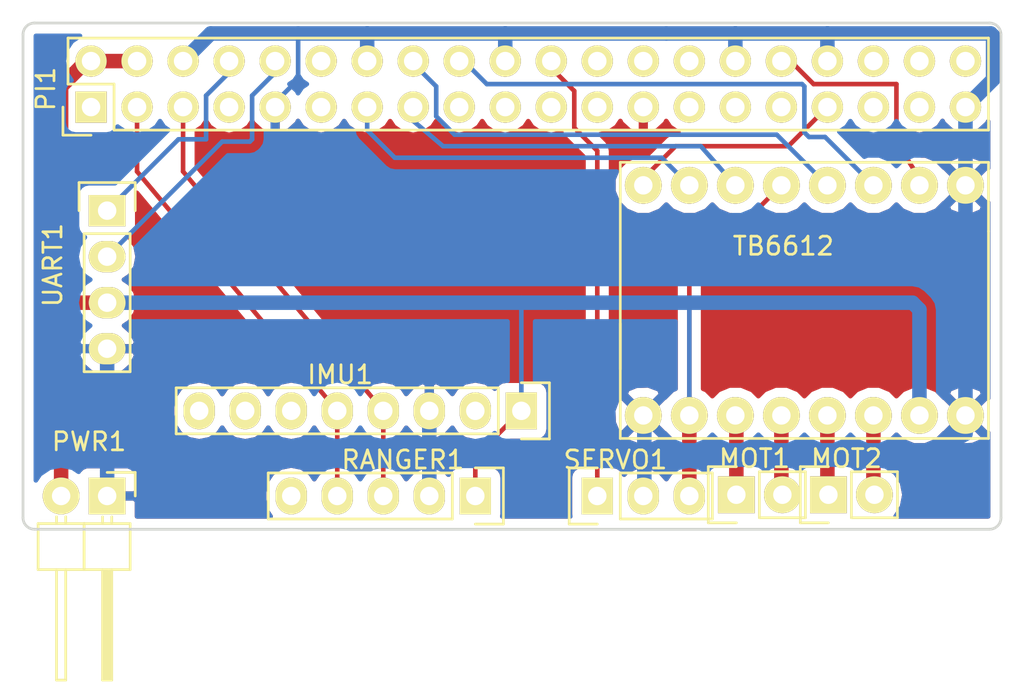
<source format=kicad_pcb>
(kicad_pcb (version 4) (host pcbnew 4.0.4-1.fc25-product)

  (general
    (links 41)
    (no_connects 0)
    (area 114.026879 79.739419 168.151881 107.829421)
    (thickness 1.6)
    (drawings 8)
    (tracks 121)
    (zones 0)
    (modules 9)
    (nets 42)
  )

  (page A3)
  (layers
    (0 F.Cu signal)
    (31 B.Cu signal)
    (34 B.Paste user)
    (35 F.Paste user)
    (36 B.SilkS user)
    (37 F.SilkS user)
    (38 B.Mask user)
    (39 F.Mask user)
    (44 Edge.Cuts user)
  )

  (setup
    (last_trace_width 0.254)
    (user_trace_width 0.6)
    (user_trace_width 0.8)
    (trace_clearance 0.254)
    (zone_clearance 0.508)
    (zone_45_only no)
    (trace_min 0.006)
    (segment_width 0.2)
    (edge_width 0.15)
    (via_size 0.027)
    (via_drill 0.013)
    (via_min_size 0.027)
    (via_min_drill 0.013)
    (uvia_size 0.03)
    (uvia_drill 0.02)
    (uvias_allowed no)
    (uvia_min_size 0)
    (uvia_min_drill 0)
    (pcb_text_width 0.3)
    (pcb_text_size 1 1)
    (mod_edge_width 0.15)
    (mod_text_size 1 1)
    (mod_text_width 0.15)
    (pad_size 0.97 0.97)
    (pad_drill 0.97)
    (pad_to_mask_clearance 0)
    (aux_axis_origin 117.8687 84.2645)
    (visible_elements FFFFFF1F)
    (pcbplotparams
      (layerselection 0x010e8_80000001)
      (usegerberextensions true)
      (excludeedgelayer true)
      (linewidth 0.150000)
      (plotframeref false)
      (viasonmask false)
      (mode 1)
      (useauxorigin false)
      (hpglpennumber 1)
      (hpglpenspeed 20)
      (hpglpendiameter 15)
      (hpglpenoverlay 2)
      (psnegative false)
      (psa4output false)
      (plotreference false)
      (plotvalue true)
      (plotinvisibletext false)
      (padsonsilk false)
      (subtractmaskfromsilk false)
      (outputformat 1)
      (mirror false)
      (drillshape 0)
      (scaleselection 1)
      (outputdirectory ../../../../../mnt/STORAGE/joe/svtest/))
  )

  (net 0 "")
  (net 1 GND)
  (net 2 +5V)
  (net 3 /I2C_IN)
  (net 4 /I2C_CLK)
  (net 5 /MOT2_IN1)
  (net 6 /MOT2_IN2)
  (net 7 /MOT1_IN1)
  (net 8 /MOT1_IN2)
  (net 9 /PWM2)
  (net 10 /PWM0)
  (net 11 /PWM1)
  (net 12 "Net-(IMU1-Pad2)")
  (net 13 "Net-(IMU1-Pad6)")
  (net 14 "Net-(IMU1-Pad7)")
  (net 15 "Net-(IMU1-Pad8)")
  (net 16 "Net-(PI1-Pad1)")
  (net 17 "Net-(PI1-Pad7)")
  (net 18 "Net-(PI1-Pad11)")
  (net 19 "Net-(PI1-Pad12)")
  (net 20 "Net-(PI1-Pad17)")
  (net 21 "Net-(PI1-Pad19)")
  (net 22 "Net-(PI1-Pad21)")
  (net 23 "Net-(PI1-Pad23)")
  (net 24 "Net-(PI1-Pad24)")
  (net 25 "Net-(PI1-Pad26)")
  (net 26 "Net-(PI1-Pad27)")
  (net 27 "Net-(PI1-Pad28)")
  (net 28 "Net-(PI1-Pad29)")
  (net 29 "Net-(PI1-Pad31)")
  (net 30 "Net-(PI1-Pad35)")
  (net 31 "Net-(PI1-Pad36)")
  (net 32 "Net-(PI1-Pad37)")
  (net 33 "Net-(PI1-Pad38)")
  (net 34 "Net-(PI1-Pad40)")
  (net 35 "Net-(RANGER1-Pad5)")
  (net 36 "Net-(MOT1-Pad1)")
  (net 37 "Net-(MOT1-Pad2)")
  (net 38 "Net-(MOT2-Pad1)")
  (net 39 "Net-(MOT2-Pad2)")
  (net 40 /UART_TX)
  (net 41 /UART_RX)

  (net_class Default "This is the default net class."
    (clearance 0.254)
    (trace_width 0.254)
    (via_dia 0.027)
    (via_drill 0.013)
    (uvia_dia 0.03)
    (uvia_drill 0.02)
    (add_net +5V)
    (add_net /I2C_CLK)
    (add_net /I2C_IN)
    (add_net /MOT1_IN1)
    (add_net /MOT1_IN2)
    (add_net /MOT2_IN1)
    (add_net /MOT2_IN2)
    (add_net /PWM0)
    (add_net /PWM1)
    (add_net /PWM2)
    (add_net /UART_RX)
    (add_net /UART_TX)
    (add_net GND)
    (add_net "Net-(IMU1-Pad2)")
    (add_net "Net-(IMU1-Pad6)")
    (add_net "Net-(IMU1-Pad7)")
    (add_net "Net-(IMU1-Pad8)")
    (add_net "Net-(MOT1-Pad1)")
    (add_net "Net-(MOT1-Pad2)")
    (add_net "Net-(MOT2-Pad1)")
    (add_net "Net-(MOT2-Pad2)")
    (add_net "Net-(PI1-Pad1)")
    (add_net "Net-(PI1-Pad11)")
    (add_net "Net-(PI1-Pad12)")
    (add_net "Net-(PI1-Pad17)")
    (add_net "Net-(PI1-Pad19)")
    (add_net "Net-(PI1-Pad21)")
    (add_net "Net-(PI1-Pad23)")
    (add_net "Net-(PI1-Pad24)")
    (add_net "Net-(PI1-Pad26)")
    (add_net "Net-(PI1-Pad27)")
    (add_net "Net-(PI1-Pad28)")
    (add_net "Net-(PI1-Pad29)")
    (add_net "Net-(PI1-Pad31)")
    (add_net "Net-(PI1-Pad35)")
    (add_net "Net-(PI1-Pad36)")
    (add_net "Net-(PI1-Pad37)")
    (add_net "Net-(PI1-Pad38)")
    (add_net "Net-(PI1-Pad40)")
    (add_net "Net-(PI1-Pad7)")
    (add_net "Net-(RANGER1-Pad5)")
  )

  (module Pin_Headers:Pin_Header_Straight_2x20 (layer F.Cu) (tedit 58C4ED9E) (tstamp 58B73E00)
    (at 117.856 84.455 90)
    (descr "Through hole pin header")
    (tags "pin header")
    (path /58B500BC)
    (fp_text reference PI1 (at 1 -2.5 90) (layer F.SilkS)
      (effects (font (size 1 1) (thickness 0.15)))
    )
    (fp_text value RPIHDR (at 0 -3.1 90) (layer F.Fab)
      (effects (font (size 1 1) (thickness 0.15)))
    )
    (fp_line (start -1.75 -1.75) (end -1.75 50.05) (layer F.CrtYd) (width 0.05))
    (fp_line (start 4.3 -1.75) (end 4.3 50.05) (layer F.CrtYd) (width 0.05))
    (fp_line (start -1.75 -1.75) (end 4.3 -1.75) (layer F.CrtYd) (width 0.05))
    (fp_line (start -1.75 50.05) (end 4.3 50.05) (layer F.CrtYd) (width 0.05))
    (fp_line (start 3.81 49.53) (end 3.81 -1.27) (layer F.SilkS) (width 0.15))
    (fp_line (start -1.27 1.27) (end -1.27 49.53) (layer F.SilkS) (width 0.15))
    (fp_line (start 3.81 49.53) (end -1.27 49.53) (layer F.SilkS) (width 0.15))
    (fp_line (start 3.81 -1.27) (end 1.27 -1.27) (layer F.SilkS) (width 0.15))
    (fp_line (start 0 -1.55) (end -1.55 -1.55) (layer F.SilkS) (width 0.15))
    (fp_line (start 1.27 -1.27) (end 1.27 1.27) (layer F.SilkS) (width 0.15))
    (fp_line (start 1.27 1.27) (end -1.27 1.27) (layer F.SilkS) (width 0.15))
    (fp_line (start -1.55 -1.55) (end -1.55 0) (layer F.SilkS) (width 0.15))
    (pad 1 thru_hole rect (at 0 0 90) (size 1.7272 1.7272) (drill 1.016) (layers *.Cu *.Mask F.SilkS)
      (net 16 "Net-(PI1-Pad1)"))
    (pad 2 thru_hole oval (at 2.54 0 90) (size 1.7272 1.7272) (drill 1.016) (layers *.Cu *.Mask F.SilkS)
      (net 2 +5V))
    (pad 3 thru_hole oval (at 0 2.54 90) (size 1.7272 1.7272) (drill 1.016) (layers *.Cu *.Mask F.SilkS)
      (net 3 /I2C_IN))
    (pad 4 thru_hole oval (at 2.54 2.54 90) (size 1.7272 1.7272) (drill 1.016) (layers *.Cu *.Mask F.SilkS)
      (net 2 +5V))
    (pad 5 thru_hole oval (at 0 5.08 90) (size 1.7272 1.7272) (drill 1.016) (layers *.Cu *.Mask F.SilkS)
      (net 4 /I2C_CLK))
    (pad 6 thru_hole oval (at 2.54 5.08 90) (size 1.7272 1.7272) (drill 1.016) (layers *.Cu *.Mask F.SilkS)
      (net 1 GND))
    (pad 7 thru_hole oval (at 0 7.62 90) (size 1.7272 1.7272) (drill 1.016) (layers *.Cu *.Mask F.SilkS)
      (net 17 "Net-(PI1-Pad7)"))
    (pad 8 thru_hole oval (at 2.54 7.62 90) (size 1.7272 1.7272) (drill 1.016) (layers *.Cu *.Mask F.SilkS)
      (net 40 /UART_TX))
    (pad 9 thru_hole oval (at 0 10.16 90) (size 1.7272 1.7272) (drill 1.016) (layers *.Cu *.Mask F.SilkS)
      (net 1 GND))
    (pad 10 thru_hole oval (at 2.54 10.16 90) (size 1.7272 1.7272) (drill 1.016) (layers *.Cu *.Mask F.SilkS)
      (net 41 /UART_RX))
    (pad 11 thru_hole oval (at 0 12.7 90) (size 1.7272 1.7272) (drill 1.016) (layers *.Cu *.Mask F.SilkS)
      (net 18 "Net-(PI1-Pad11)"))
    (pad 12 thru_hole oval (at 2.54 12.7 90) (size 1.7272 1.7272) (drill 1.016) (layers *.Cu *.Mask F.SilkS)
      (net 19 "Net-(PI1-Pad12)"))
    (pad 13 thru_hole oval (at 0 15.24 90) (size 1.7272 1.7272) (drill 1.016) (layers *.Cu *.Mask F.SilkS)
      (net 5 /MOT2_IN1))
    (pad 14 thru_hole oval (at 2.54 15.24 90) (size 1.7272 1.7272) (drill 1.016) (layers *.Cu *.Mask F.SilkS)
      (net 1 GND))
    (pad 15 thru_hole oval (at 0 17.78 90) (size 1.7272 1.7272) (drill 1.016) (layers *.Cu *.Mask F.SilkS)
      (net 6 /MOT2_IN2))
    (pad 16 thru_hole oval (at 2.54 17.78 90) (size 1.7272 1.7272) (drill 1.016) (layers *.Cu *.Mask F.SilkS)
      (net 7 /MOT1_IN1))
    (pad 17 thru_hole oval (at 0 20.32 90) (size 1.7272 1.7272) (drill 1.016) (layers *.Cu *.Mask F.SilkS)
      (net 20 "Net-(PI1-Pad17)"))
    (pad 18 thru_hole oval (at 2.54 20.32 90) (size 1.7272 1.7272) (drill 1.016) (layers *.Cu *.Mask F.SilkS)
      (net 8 /MOT1_IN2))
    (pad 19 thru_hole oval (at 0 22.86 90) (size 1.7272 1.7272) (drill 1.016) (layers *.Cu *.Mask F.SilkS)
      (net 21 "Net-(PI1-Pad19)"))
    (pad 20 thru_hole oval (at 2.54 22.86 90) (size 1.7272 1.7272) (drill 1.016) (layers *.Cu *.Mask F.SilkS)
      (net 1 GND))
    (pad 21 thru_hole oval (at 0 25.4 90) (size 1.7272 1.7272) (drill 1.016) (layers *.Cu *.Mask F.SilkS)
      (net 22 "Net-(PI1-Pad21)"))
    (pad 22 thru_hole oval (at 2.54 25.4 90) (size 1.7272 1.7272) (drill 1.016) (layers *.Cu *.Mask F.SilkS)
      (net 9 /PWM2))
    (pad 23 thru_hole oval (at 0 27.94 90) (size 1.7272 1.7272) (drill 1.016) (layers *.Cu *.Mask F.SilkS)
      (net 23 "Net-(PI1-Pad23)"))
    (pad 24 thru_hole oval (at 2.54 27.94 90) (size 1.7272 1.7272) (drill 1.016) (layers *.Cu *.Mask F.SilkS)
      (net 24 "Net-(PI1-Pad24)"))
    (pad 25 thru_hole oval (at 0 30.48 90) (size 1.7272 1.7272) (drill 1.016) (layers *.Cu *.Mask F.SilkS)
      (net 1 GND))
    (pad 26 thru_hole oval (at 2.54 30.48 90) (size 1.7272 1.7272) (drill 1.016) (layers *.Cu *.Mask F.SilkS)
      (net 25 "Net-(PI1-Pad26)"))
    (pad 27 thru_hole oval (at 0 33.02 90) (size 1.7272 1.7272) (drill 1.016) (layers *.Cu *.Mask F.SilkS)
      (net 26 "Net-(PI1-Pad27)"))
    (pad 28 thru_hole oval (at 2.54 33.02 90) (size 1.7272 1.7272) (drill 1.016) (layers *.Cu *.Mask F.SilkS)
      (net 27 "Net-(PI1-Pad28)"))
    (pad 29 thru_hole oval (at 0 35.56 90) (size 1.7272 1.7272) (drill 1.016) (layers *.Cu *.Mask F.SilkS)
      (net 28 "Net-(PI1-Pad29)"))
    (pad 30 thru_hole oval (at 2.54 35.56 90) (size 1.7272 1.7272) (drill 1.016) (layers *.Cu *.Mask F.SilkS)
      (net 1 GND))
    (pad 31 thru_hole oval (at 0 38.1 90) (size 1.7272 1.7272) (drill 1.016) (layers *.Cu *.Mask F.SilkS)
      (net 29 "Net-(PI1-Pad31)"))
    (pad 32 thru_hole oval (at 2.54 38.1 90) (size 1.7272 1.7272) (drill 1.016) (layers *.Cu *.Mask F.SilkS)
      (net 10 /PWM0))
    (pad 33 thru_hole oval (at 0 40.64 90) (size 1.7272 1.7272) (drill 1.016) (layers *.Cu *.Mask F.SilkS)
      (net 11 /PWM1))
    (pad 34 thru_hole oval (at 2.54 40.64 90) (size 1.7272 1.7272) (drill 1.016) (layers *.Cu *.Mask F.SilkS)
      (net 1 GND))
    (pad 35 thru_hole oval (at 0 43.18 90) (size 1.7272 1.7272) (drill 1.016) (layers *.Cu *.Mask F.SilkS)
      (net 30 "Net-(PI1-Pad35)"))
    (pad 36 thru_hole oval (at 2.54 43.18 90) (size 1.7272 1.7272) (drill 1.016) (layers *.Cu *.Mask F.SilkS)
      (net 31 "Net-(PI1-Pad36)"))
    (pad 37 thru_hole oval (at 0 45.72 90) (size 1.7272 1.7272) (drill 1.016) (layers *.Cu *.Mask F.SilkS)
      (net 32 "Net-(PI1-Pad37)"))
    (pad 38 thru_hole oval (at 2.54 45.72 90) (size 1.7272 1.7272) (drill 1.016) (layers *.Cu *.Mask F.SilkS)
      (net 33 "Net-(PI1-Pad38)"))
    (pad 39 thru_hole oval (at 0 48.26 90) (size 1.7272 1.7272) (drill 1.016) (layers *.Cu *.Mask F.SilkS)
      (net 1 GND))
    (pad 40 thru_hole oval (at 2.54 48.26 90) (size 1.7272 1.7272) (drill 1.016) (layers *.Cu *.Mask F.SilkS)
      (net 34 "Net-(PI1-Pad40)"))
    (model Pin_Headers.3dshapes/Pin_Header_Straight_2x20.wrl
      (at (xyz 0.05 -0.95 0))
      (scale (xyz 1 1 1))
      (rotate (xyz 0 0 90))
    )
  )

  (module myfootprints:TB6612 (layer F.Cu) (tedit 58C4D2F3) (tstamp 58B73E53)
    (at 147.066 95.123 90)
    (path /58B4EDB1)
    (fp_text reference TB6612 (at 3 9 180) (layer F.SilkS)
      (effects (font (size 1 1) (thickness 0.15)))
    )
    (fp_text value TB6612 (at 0 -0.5 90) (layer F.Fab)
      (effects (font (size 1 1) (thickness 0.15)))
    )
    (fp_line (start 3.81 20.32) (end 7.62 20.32) (layer F.SilkS) (width 0.15))
    (fp_line (start 7.62 20.32) (end 7.62 0) (layer F.SilkS) (width 0.15))
    (fp_line (start 7.62 0) (end -3.81 0) (layer F.SilkS) (width 0.15))
    (fp_line (start 3.81 20.32) (end -7.62 20.32) (layer F.SilkS) (width 0.15))
    (fp_line (start -7.62 20.32) (end -7.62 0) (layer F.SilkS) (width 0.15))
    (fp_line (start -7.62 0) (end -1.27 0) (layer F.SilkS) (width 0.15))
    (pad 1 thru_hole circle (at -6.35 1.27 90) (size 2.032 2.032) (drill 1.016) (layers *.Cu *.Mask F.SilkS)
      (net 1 GND))
    (pad 2 thru_hole circle (at -6.35 3.81 90) (size 2.032 2.032) (drill 1.016) (layers *.Cu *.Mask F.SilkS)
      (net 2 +5V))
    (pad 3 thru_hole circle (at -6.35 6.35 90) (size 2.032 2.032) (drill 1.016) (layers *.Cu *.Mask F.SilkS)
      (net 36 "Net-(MOT1-Pad1)"))
    (pad 4 thru_hole circle (at -6.35 8.89 90) (size 2.032 2.032) (drill 1.016) (layers *.Cu *.Mask F.SilkS)
      (net 37 "Net-(MOT1-Pad2)"))
    (pad 5 thru_hole circle (at -6.35 11.43 90) (size 2.032 2.032) (drill 1.016) (layers *.Cu *.Mask F.SilkS)
      (net 38 "Net-(MOT2-Pad1)"))
    (pad 6 thru_hole circle (at -6.35 13.97 90) (size 2.032 2.032) (drill 1.016) (layers *.Cu *.Mask F.SilkS)
      (net 39 "Net-(MOT2-Pad2)"))
    (pad 7 thru_hole circle (at -6.35 16.51 90) (size 2.032 2.032) (drill 1.016) (layers *.Cu *.Mask F.SilkS)
      (net 2 +5V))
    (pad 8 thru_hole circle (at -6.35 19.05 90) (size 2.032 2.032) (drill 1.016) (layers *.Cu *.Mask F.SilkS)
      (net 1 GND))
    (pad 9 thru_hole circle (at 6.35 1.27 90) (size 2.032 2.032) (drill 1.016) (layers *.Cu *.Mask F.SilkS)
      (net 11 /PWM1))
    (pad 10 thru_hole circle (at 6.35 3.81 90) (size 2.032 2.032) (drill 1.016) (layers *.Cu *.Mask F.SilkS)
      (net 5 /MOT2_IN1))
    (pad 11 thru_hole circle (at 6.35 6.35 90) (size 2.032 2.032) (drill 1.016) (layers *.Cu *.Mask F.SilkS)
      (net 6 /MOT2_IN2))
    (pad 12 thru_hole circle (at 6.35 8.89 90) (size 2.032 2.032) (drill 1.016) (layers *.Cu *.Mask F.SilkS)
      (net 2 +5V))
    (pad 13 thru_hole circle (at 6.35 11.43 90) (size 2.032 2.032) (drill 1.016) (layers *.Cu *.Mask F.SilkS)
      (net 7 /MOT1_IN1))
    (pad 14 thru_hole circle (at 6.35 13.97 90) (size 2.032 2.032) (drill 1.016) (layers *.Cu *.Mask F.SilkS)
      (net 8 /MOT1_IN2))
    (pad 15 thru_hole circle (at 6.35 16.51 90) (size 2.032 2.032) (drill 1.016) (layers *.Cu *.Mask F.SilkS)
      (net 10 /PWM0))
    (pad 16 thru_hole circle (at 6.35 19.05 90) (size 2.032 2.032) (drill 1.016) (layers *.Cu *.Mask F.SilkS)
      (net 1 GND))
  )

  (module Pin_Headers:Pin_Header_Straight_1x02 (layer F.Cu) (tedit 58C4EF78) (tstamp 58B7978A)
    (at 158.55188 105.84942 90)
    (descr "Through hole pin header")
    (tags "pin header")
    (path /58B53088)
    (fp_text reference MOT2 (at 2 1 180) (layer F.SilkS)
      (effects (font (size 1 1) (thickness 0.15)))
    )
    (fp_text value MOT2 (at 0 -3.1 90) (layer F.Fab)
      (effects (font (size 1 1) (thickness 0.15)))
    )
    (fp_line (start 1.27 1.27) (end 1.27 3.81) (layer F.SilkS) (width 0.15))
    (fp_line (start 1.55 -1.55) (end 1.55 0) (layer F.SilkS) (width 0.15))
    (fp_line (start -1.75 -1.75) (end -1.75 4.3) (layer F.CrtYd) (width 0.05))
    (fp_line (start 1.75 -1.75) (end 1.75 4.3) (layer F.CrtYd) (width 0.05))
    (fp_line (start -1.75 -1.75) (end 1.75 -1.75) (layer F.CrtYd) (width 0.05))
    (fp_line (start -1.75 4.3) (end 1.75 4.3) (layer F.CrtYd) (width 0.05))
    (fp_line (start 1.27 1.27) (end -1.27 1.27) (layer F.SilkS) (width 0.15))
    (fp_line (start -1.55 0) (end -1.55 -1.55) (layer F.SilkS) (width 0.15))
    (fp_line (start -1.55 -1.55) (end 1.55 -1.55) (layer F.SilkS) (width 0.15))
    (fp_line (start -1.27 1.27) (end -1.27 3.81) (layer F.SilkS) (width 0.15))
    (fp_line (start -1.27 3.81) (end 1.27 3.81) (layer F.SilkS) (width 0.15))
    (pad 1 thru_hole rect (at 0 0 90) (size 2.032 2.032) (drill 1.016) (layers *.Cu *.Mask F.SilkS)
      (net 38 "Net-(MOT2-Pad1)"))
    (pad 2 thru_hole oval (at 0 2.54 90) (size 2.032 2.032) (drill 1.016) (layers *.Cu *.Mask F.SilkS)
      (net 39 "Net-(MOT2-Pad2)"))
    (model Pin_Headers.3dshapes/Pin_Header_Straight_1x02.wrl
      (at (xyz 0 -0.05 0))
      (scale (xyz 1 1 1))
      (rotate (xyz 0 0 90))
    )
  )

  (module Pin_Headers:Pin_Header_Straight_1x02 (layer F.Cu) (tedit 58C4EF6D) (tstamp 58B79790)
    (at 153.47188 105.84942 90)
    (descr "Through hole pin header")
    (tags "pin header")
    (path /58B530D8)
    (fp_text reference MOT1 (at 2 1 180) (layer F.SilkS)
      (effects (font (size 1 1) (thickness 0.15)))
    )
    (fp_text value MOT1 (at 0 -3.1 90) (layer F.Fab)
      (effects (font (size 1 1) (thickness 0.15)))
    )
    (fp_line (start 1.27 1.27) (end 1.27 3.81) (layer F.SilkS) (width 0.15))
    (fp_line (start 1.55 -1.55) (end 1.55 0) (layer F.SilkS) (width 0.15))
    (fp_line (start -1.75 -1.75) (end -1.75 4.3) (layer F.CrtYd) (width 0.05))
    (fp_line (start 1.75 -1.75) (end 1.75 4.3) (layer F.CrtYd) (width 0.05))
    (fp_line (start -1.75 -1.75) (end 1.75 -1.75) (layer F.CrtYd) (width 0.05))
    (fp_line (start -1.75 4.3) (end 1.75 4.3) (layer F.CrtYd) (width 0.05))
    (fp_line (start 1.27 1.27) (end -1.27 1.27) (layer F.SilkS) (width 0.15))
    (fp_line (start -1.55 0) (end -1.55 -1.55) (layer F.SilkS) (width 0.15))
    (fp_line (start -1.55 -1.55) (end 1.55 -1.55) (layer F.SilkS) (width 0.15))
    (fp_line (start -1.27 1.27) (end -1.27 3.81) (layer F.SilkS) (width 0.15))
    (fp_line (start -1.27 3.81) (end 1.27 3.81) (layer F.SilkS) (width 0.15))
    (pad 1 thru_hole rect (at 0 0 90) (size 2.032 2.032) (drill 1.016) (layers *.Cu *.Mask F.SilkS)
      (net 36 "Net-(MOT1-Pad1)"))
    (pad 2 thru_hole oval (at 0 2.54 90) (size 2.032 2.032) (drill 1.016) (layers *.Cu *.Mask F.SilkS)
      (net 37 "Net-(MOT1-Pad2)"))
    (model Pin_Headers.3dshapes/Pin_Header_Straight_1x02.wrl
      (at (xyz 0 -0.05 0))
      (scale (xyz 1 1 1))
      (rotate (xyz 0 0 90))
    )
  )

  (module Pin_Headers:Pin_Header_Straight_1x03 (layer F.Cu) (tedit 58C4EF83) (tstamp 58B79797)
    (at 145.796 105.918 90)
    (descr "Through hole pin header")
    (tags "pin header")
    (path /58B4E7AF)
    (fp_text reference SERVO1 (at 2 1 180) (layer F.SilkS)
      (effects (font (size 1 1) (thickness 0.15)))
    )
    (fp_text value SERVO (at 0 -3.1 90) (layer F.Fab)
      (effects (font (size 1 1) (thickness 0.15)))
    )
    (fp_line (start -1.75 -1.75) (end -1.75 6.85) (layer F.CrtYd) (width 0.05))
    (fp_line (start 1.75 -1.75) (end 1.75 6.85) (layer F.CrtYd) (width 0.05))
    (fp_line (start -1.75 -1.75) (end 1.75 -1.75) (layer F.CrtYd) (width 0.05))
    (fp_line (start -1.75 6.85) (end 1.75 6.85) (layer F.CrtYd) (width 0.05))
    (fp_line (start -1.27 1.27) (end -1.27 6.35) (layer F.SilkS) (width 0.15))
    (fp_line (start -1.27 6.35) (end 1.27 6.35) (layer F.SilkS) (width 0.15))
    (fp_line (start 1.27 6.35) (end 1.27 1.27) (layer F.SilkS) (width 0.15))
    (fp_line (start 1.55 -1.55) (end 1.55 0) (layer F.SilkS) (width 0.15))
    (fp_line (start 1.27 1.27) (end -1.27 1.27) (layer F.SilkS) (width 0.15))
    (fp_line (start -1.55 0) (end -1.55 -1.55) (layer F.SilkS) (width 0.15))
    (fp_line (start -1.55 -1.55) (end 1.55 -1.55) (layer F.SilkS) (width 0.15))
    (pad 1 thru_hole rect (at 0 0 90) (size 2.032 1.7272) (drill 1.016) (layers *.Cu *.Mask F.SilkS)
      (net 9 /PWM2))
    (pad 2 thru_hole oval (at 0 2.54 90) (size 2.032 1.7272) (drill 1.016) (layers *.Cu *.Mask F.SilkS)
      (net 1 GND))
    (pad 3 thru_hole oval (at 0 5.08 90) (size 2.032 1.7272) (drill 1.016) (layers *.Cu *.Mask F.SilkS)
      (net 2 +5V))
    (model Pin_Headers.3dshapes/Pin_Header_Straight_1x03.wrl
      (at (xyz 0 -0.1 0))
      (scale (xyz 1 1 1))
      (rotate (xyz 0 0 90))
    )
  )

  (module Pin_Headers:Pin_Header_Straight_1x05 (layer F.Cu) (tedit 58C6D937) (tstamp 58B797ED)
    (at 139.065 105.918 270)
    (descr "Through hole pin header")
    (tags "pin header")
    (path /58B4EAB3)
    (fp_text reference RANGER1 (at -2 4 360) (layer F.SilkS)
      (effects (font (size 1 1) (thickness 0.15)))
    )
    (fp_text value VL6180X (at 0 -3.1 270) (layer F.Fab)
      (effects (font (size 1 1) (thickness 0.15)))
    )
    (fp_line (start -1.55 0) (end -1.55 -1.55) (layer F.SilkS) (width 0.15))
    (fp_line (start -1.55 -1.55) (end 1.55 -1.55) (layer F.SilkS) (width 0.15))
    (fp_line (start 1.55 -1.55) (end 1.55 0) (layer F.SilkS) (width 0.15))
    (fp_line (start -1.75 -1.75) (end -1.75 11.95) (layer F.CrtYd) (width 0.05))
    (fp_line (start 1.75 -1.75) (end 1.75 11.95) (layer F.CrtYd) (width 0.05))
    (fp_line (start -1.75 -1.75) (end 1.75 -1.75) (layer F.CrtYd) (width 0.05))
    (fp_line (start -1.75 11.95) (end 1.75 11.95) (layer F.CrtYd) (width 0.05))
    (fp_line (start 1.27 1.27) (end 1.27 11.43) (layer F.SilkS) (width 0.15))
    (fp_line (start 1.27 11.43) (end -1.27 11.43) (layer F.SilkS) (width 0.15))
    (fp_line (start -1.27 11.43) (end -1.27 1.27) (layer F.SilkS) (width 0.15))
    (fp_line (start 1.27 1.27) (end -1.27 1.27) (layer F.SilkS) (width 0.15))
    (pad 1 thru_hole rect (at 0 0 270) (size 2.032 1.7272) (drill 1.016) (layers *.Cu *.Mask F.SilkS)
      (net 2 +5V))
    (pad 2 thru_hole oval (at 0 2.54 270) (size 2.032 1.7272) (drill 1.016) (layers *.Cu *.Mask F.SilkS)
      (net 1 GND))
    (pad 3 thru_hole oval (at 0 5.08 270) (size 2.032 1.7272) (drill 1.016) (layers *.Cu *.Mask F.SilkS)
      (net 4 /I2C_CLK))
    (pad 4 thru_hole oval (at 0 7.62 270) (size 2.032 1.7272) (drill 1.016) (layers *.Cu *.Mask F.SilkS)
      (net 3 /I2C_IN))
    (pad 5 thru_hole oval (at 0 10.16 270) (size 2.032 1.7272) (drill 1.016) (layers *.Cu *.Mask F.SilkS)
      (net 35 "Net-(RANGER1-Pad5)"))
    (model Pin_Headers.3dshapes/Pin_Header_Straight_1x05.wrl
      (at (xyz 0 -0.2 0))
      (scale (xyz 1 1 1))
      (rotate (xyz 0 0 90))
    )
  )

  (module Pin_Headers:Pin_Header_Straight_1x08 (layer F.Cu) (tedit 58C6D911) (tstamp 58B798A5)
    (at 141.605 101.219 270)
    (descr "Through hole pin header")
    (tags "pin header")
    (path /58B4FF73)
    (fp_text reference IMU1 (at -2 10 360) (layer F.SilkS)
      (effects (font (size 1 1) (thickness 0.15)))
    )
    (fp_text value GY-91 (at 0 -3.1 270) (layer F.Fab)
      (effects (font (size 1 1) (thickness 0.15)))
    )
    (fp_line (start -1.75 -1.75) (end -1.75 19.55) (layer F.CrtYd) (width 0.05))
    (fp_line (start 1.75 -1.75) (end 1.75 19.55) (layer F.CrtYd) (width 0.05))
    (fp_line (start -1.75 -1.75) (end 1.75 -1.75) (layer F.CrtYd) (width 0.05))
    (fp_line (start -1.75 19.55) (end 1.75 19.55) (layer F.CrtYd) (width 0.05))
    (fp_line (start 1.27 1.27) (end 1.27 19.05) (layer F.SilkS) (width 0.15))
    (fp_line (start 1.27 19.05) (end -1.27 19.05) (layer F.SilkS) (width 0.15))
    (fp_line (start -1.27 19.05) (end -1.27 1.27) (layer F.SilkS) (width 0.15))
    (fp_line (start 1.55 -1.55) (end 1.55 0) (layer F.SilkS) (width 0.15))
    (fp_line (start 1.27 1.27) (end -1.27 1.27) (layer F.SilkS) (width 0.15))
    (fp_line (start -1.55 0) (end -1.55 -1.55) (layer F.SilkS) (width 0.15))
    (fp_line (start -1.55 -1.55) (end 1.55 -1.55) (layer F.SilkS) (width 0.15))
    (pad 1 thru_hole rect (at 0 0 270) (size 2.032 1.7272) (drill 1.016) (layers *.Cu *.Mask F.SilkS)
      (net 2 +5V))
    (pad 2 thru_hole oval (at 0 2.54 270) (size 2.032 1.7272) (drill 1.016) (layers *.Cu *.Mask F.SilkS)
      (net 12 "Net-(IMU1-Pad2)"))
    (pad 3 thru_hole oval (at 0 5.08 270) (size 2.032 1.7272) (drill 1.016) (layers *.Cu *.Mask F.SilkS)
      (net 1 GND))
    (pad 4 thru_hole oval (at 0 7.62 270) (size 2.032 1.7272) (drill 1.016) (layers *.Cu *.Mask F.SilkS)
      (net 4 /I2C_CLK))
    (pad 5 thru_hole oval (at 0 10.16 270) (size 2.032 1.7272) (drill 1.016) (layers *.Cu *.Mask F.SilkS)
      (net 3 /I2C_IN))
    (pad 6 thru_hole oval (at 0 12.7 270) (size 2.032 1.7272) (drill 1.016) (layers *.Cu *.Mask F.SilkS)
      (net 13 "Net-(IMU1-Pad6)"))
    (pad 7 thru_hole oval (at 0 15.24 270) (size 2.032 1.7272) (drill 1.016) (layers *.Cu *.Mask F.SilkS)
      (net 14 "Net-(IMU1-Pad7)"))
    (pad 8 thru_hole oval (at 0 17.78 270) (size 2.032 1.7272) (drill 1.016) (layers *.Cu *.Mask F.SilkS)
      (net 15 "Net-(IMU1-Pad8)"))
    (model Pin_Headers.3dshapes/Pin_Header_Straight_1x08.wrl
      (at (xyz 0 -0.35 0))
      (scale (xyz 1 1 1))
      (rotate (xyz 0 0 90))
    )
  )

  (module Pin_Headers:Pin_Header_Angled_1x02 (layer F.Cu) (tedit 58C4F081) (tstamp 58B5D47D)
    (at 118.745 105.918 270)
    (descr "Through hole pin header")
    (tags "pin header")
    (path /58B5CEA0)
    (fp_text reference PWR1 (at -3 1 360) (layer F.SilkS)
      (effects (font (size 1 1) (thickness 0.15)))
    )
    (fp_text value PWR1 (at 0 -3.1 270) (layer F.Fab)
      (effects (font (size 1 1) (thickness 0.15)))
    )
    (fp_line (start -1.5 -1.75) (end -1.5 4.3) (layer F.CrtYd) (width 0.05))
    (fp_line (start 10.65 -1.75) (end 10.65 4.3) (layer F.CrtYd) (width 0.05))
    (fp_line (start -1.5 -1.75) (end 10.65 -1.75) (layer F.CrtYd) (width 0.05))
    (fp_line (start -1.5 4.3) (end 10.65 4.3) (layer F.CrtYd) (width 0.05))
    (fp_line (start -1.3 -1.55) (end -1.3 0) (layer F.SilkS) (width 0.15))
    (fp_line (start 0 -1.55) (end -1.3 -1.55) (layer F.SilkS) (width 0.15))
    (fp_line (start 4.191 -0.127) (end 10.033 -0.127) (layer F.SilkS) (width 0.15))
    (fp_line (start 10.033 -0.127) (end 10.033 0.127) (layer F.SilkS) (width 0.15))
    (fp_line (start 10.033 0.127) (end 4.191 0.127) (layer F.SilkS) (width 0.15))
    (fp_line (start 4.191 0.127) (end 4.191 0) (layer F.SilkS) (width 0.15))
    (fp_line (start 4.191 0) (end 10.033 0) (layer F.SilkS) (width 0.15))
    (fp_line (start 1.524 -0.254) (end 1.143 -0.254) (layer F.SilkS) (width 0.15))
    (fp_line (start 1.524 0.254) (end 1.143 0.254) (layer F.SilkS) (width 0.15))
    (fp_line (start 1.524 2.286) (end 1.143 2.286) (layer F.SilkS) (width 0.15))
    (fp_line (start 1.524 2.794) (end 1.143 2.794) (layer F.SilkS) (width 0.15))
    (fp_line (start 1.524 -1.27) (end 4.064 -1.27) (layer F.SilkS) (width 0.15))
    (fp_line (start 1.524 1.27) (end 4.064 1.27) (layer F.SilkS) (width 0.15))
    (fp_line (start 1.524 1.27) (end 1.524 3.81) (layer F.SilkS) (width 0.15))
    (fp_line (start 1.524 3.81) (end 4.064 3.81) (layer F.SilkS) (width 0.15))
    (fp_line (start 4.064 2.286) (end 10.16 2.286) (layer F.SilkS) (width 0.15))
    (fp_line (start 10.16 2.286) (end 10.16 2.794) (layer F.SilkS) (width 0.15))
    (fp_line (start 10.16 2.794) (end 4.064 2.794) (layer F.SilkS) (width 0.15))
    (fp_line (start 4.064 3.81) (end 4.064 1.27) (layer F.SilkS) (width 0.15))
    (fp_line (start 4.064 1.27) (end 4.064 -1.27) (layer F.SilkS) (width 0.15))
    (fp_line (start 10.16 0.254) (end 4.064 0.254) (layer F.SilkS) (width 0.15))
    (fp_line (start 10.16 -0.254) (end 10.16 0.254) (layer F.SilkS) (width 0.15))
    (fp_line (start 4.064 -0.254) (end 10.16 -0.254) (layer F.SilkS) (width 0.15))
    (fp_line (start 1.524 1.27) (end 4.064 1.27) (layer F.SilkS) (width 0.15))
    (fp_line (start 1.524 -1.27) (end 1.524 1.27) (layer F.SilkS) (width 0.15))
    (pad 1 thru_hole rect (at 0 0 270) (size 2.032 2.032) (drill 1.016) (layers *.Cu *.Mask F.SilkS)
      (net 1 GND))
    (pad 2 thru_hole oval (at 0 2.54 270) (size 2.032 2.032) (drill 1.016) (layers *.Cu *.Mask F.SilkS)
      (net 2 +5V))
    (model Pin_Headers.3dshapes/Pin_Header_Angled_1x02.wrl
      (at (xyz 0 -0.05 0))
      (scale (xyz 1 1 1))
      (rotate (xyz 0 0 90))
    )
  )

  (module Pin_Headers:Pin_Header_Straight_1x04 (layer F.Cu) (tedit 58C66EE6) (tstamp 58C5DC9B)
    (at 118.745 90.17)
    (descr "Through hole pin header")
    (tags "pin header")
    (path /58B4F062)
    (fp_text reference UART1 (at -3 3 90) (layer F.SilkS)
      (effects (font (size 1 1) (thickness 0.15)))
    )
    (fp_text value UART (at 0 -3.1) (layer F.Fab)
      (effects (font (size 1 1) (thickness 0.15)))
    )
    (fp_line (start -1.75 -1.75) (end -1.75 9.4) (layer F.CrtYd) (width 0.05))
    (fp_line (start 1.75 -1.75) (end 1.75 9.4) (layer F.CrtYd) (width 0.05))
    (fp_line (start -1.75 -1.75) (end 1.75 -1.75) (layer F.CrtYd) (width 0.05))
    (fp_line (start -1.75 9.4) (end 1.75 9.4) (layer F.CrtYd) (width 0.05))
    (fp_line (start -1.27 1.27) (end -1.27 8.89) (layer F.SilkS) (width 0.15))
    (fp_line (start 1.27 1.27) (end 1.27 8.89) (layer F.SilkS) (width 0.15))
    (fp_line (start 1.55 -1.55) (end 1.55 0) (layer F.SilkS) (width 0.15))
    (fp_line (start -1.27 8.89) (end 1.27 8.89) (layer F.SilkS) (width 0.15))
    (fp_line (start 1.27 1.27) (end -1.27 1.27) (layer F.SilkS) (width 0.15))
    (fp_line (start -1.55 0) (end -1.55 -1.55) (layer F.SilkS) (width 0.15))
    (fp_line (start -1.55 -1.55) (end 1.55 -1.55) (layer F.SilkS) (width 0.15))
    (pad 1 thru_hole rect (at 0 0) (size 2.032 1.7272) (drill 1.016) (layers *.Cu *.Mask F.SilkS)
      (net 40 /UART_TX))
    (pad 2 thru_hole oval (at 0 2.54) (size 2.032 1.7272) (drill 1.016) (layers *.Cu *.Mask F.SilkS)
      (net 41 /UART_RX))
    (pad 3 thru_hole oval (at 0 5.08) (size 2.032 1.7272) (drill 1.016) (layers *.Cu *.Mask F.SilkS)
      (net 2 +5V))
    (pad 4 thru_hole oval (at 0 7.62) (size 2.032 1.7272) (drill 1.016) (layers *.Cu *.Mask F.SilkS)
      (net 1 GND))
    (model Pin_Headers.3dshapes/Pin_Header_Straight_1x04.wrl
      (at (xyz 0 -0.15 0))
      (scale (xyz 1 1 1))
      (rotate (xyz 0 0 90))
    )
  )

  (gr_line (start 114.10188 107.11942) (end 114.10188 80.44942) (angle 90) (layer Edge.Cuts) (width 0.15))
  (gr_line (start 167.44188 107.75442) (end 114.73688 107.75442) (angle 90) (layer Edge.Cuts) (width 0.15))
  (gr_arc (start 167.44188 107.11942) (end 168.07688 107.11942) (angle 90) (layer Edge.Cuts) (width 0.15))
  (gr_arc (start 114.73688 107.11942) (end 114.73688 107.75442) (angle 90) (layer Edge.Cuts) (width 0.15))
  (gr_line (start 168.07688 80.44942) (end 168.07688 107.11942) (angle 90) (layer Edge.Cuts) (width 0.15))
  (gr_line (start 114.73688 79.81442) (end 167.44188 79.81442) (angle 90) (layer Edge.Cuts) (width 0.15))
  (gr_arc (start 114.73688 80.44942) (end 114.10188 80.44942) (angle 90) (layer Edge.Cuts) (width 0.15))
  (gr_arc (start 167.44188 80.44942) (end 167.44188 79.81442) (angle 90) (layer Edge.Cuts) (width 0.15))

  (segment (start 136.525 101.219) (end 136.525 103.505) (width 0.8) (layer B.Cu) (net 1))
  (segment (start 136.525 103.505) (end 136.525 105.918) (width 0.8) (layer B.Cu) (net 1) (tstamp 58C66CFD) (status 20))
  (segment (start 118.745 103.505) (end 118.745 97.79) (width 0.8) (layer B.Cu) (net 1) (tstamp 58C66846))
  (segment (start 118.745 105.918) (end 118.745 103.505) (width 0.8) (layer B.Cu) (net 1) (status 10))
  (segment (start 140.716 81.915) (end 140.716 80.391) (width 0.8) (layer B.Cu) (net 1))
  (segment (start 140.716 80.391) (end 140.716 80.518) (width 0.8) (layer B.Cu) (net 1) (tstamp 58C66869))
  (segment (start 140.716 80.518) (end 140.716 80.391) (width 0.8) (layer B.Cu) (net 1) (tstamp 58C6686B))
  (segment (start 128.016 84.455) (end 128.016 84.201) (width 0.254) (layer B.Cu) (net 1))
  (segment (start 128.016 84.201) (end 129.286 82.931) (width 0.254) (layer B.Cu) (net 1) (tstamp 58C66855))
  (segment (start 129.286 82.931) (end 129.286 80.391) (width 0.254) (layer B.Cu) (net 1) (tstamp 58C66856))
  (segment (start 121.158 103.505) (end 118.745 103.505) (width 0.8) (layer B.Cu) (net 1))
  (segment (start 148.39188 105.84942) (end 148.39188 101.52888) (width 0.8) (layer B.Cu) (net 1) (status 20))
  (segment (start 148.39188 101.52888) (end 148.336 101.473) (width 0.8) (layer B.Cu) (net 1) (tstamp 58C6683C) (status 30))
  (segment (start 166.116 101.473) (end 166.116 102.489) (width 0.8) (layer B.Cu) (net 1) (status 30))
  (segment (start 166.116 102.489) (end 164.338 103.505) (width 0.8) (layer B.Cu) (net 1) (tstamp 58C6682F) (status 10))
  (segment (start 164.338 103.505) (end 121.158 103.505) (width 0.8) (layer B.Cu) (net 1) (tstamp 58C66830))
  (segment (start 166.116 101.473) (end 166.116 88.773) (width 0.8) (layer B.Cu) (net 1) (status 30))
  (segment (start 166.116 88.773) (end 166.116 84.455) (width 0.8) (layer B.Cu) (net 1) (status 10))
  (segment (start 133.096 81.915) (end 133.096 80.391) (width 0.8) (layer B.Cu) (net 1))
  (segment (start 133.096 80.391) (end 133.096 80.645) (width 0.8) (layer B.Cu) (net 1) (tstamp 58C66821))
  (segment (start 133.096 80.645) (end 133.096 80.391) (width 0.8) (layer B.Cu) (net 1) (tstamp 58C66823))
  (segment (start 153.416 81.915) (end 153.416 80.391) (width 0.8) (layer B.Cu) (net 1))
  (segment (start 153.416 80.391) (end 153.416 80.645) (width 0.8) (layer B.Cu) (net 1) (tstamp 58C6681B))
  (segment (start 153.416 80.645) (end 153.416 80.391) (width 0.8) (layer B.Cu) (net 1) (tstamp 58C6681D))
  (segment (start 158.496 81.915) (end 158.496 80.391) (width 0.8) (layer B.Cu) (net 1))
  (segment (start 158.496 80.391) (end 158.496 80.645) (width 0.8) (layer B.Cu) (net 1) (tstamp 58C66816))
  (segment (start 158.496 80.645) (end 158.496 80.391) (width 0.8) (layer B.Cu) (net 1) (tstamp 58C66818))
  (segment (start 122.936 81.915) (end 124.46 80.391) (width 0.8) (layer B.Cu) (net 1))
  (segment (start 167.64 82.931) (end 166.116 84.455) (width 0.8) (layer B.Cu) (net 1) (tstamp 58C667FC))
  (segment (start 167.64 80.518) (end 167.64 82.931) (width 0.8) (layer B.Cu) (net 1) (tstamp 58C667FB))
  (segment (start 167.513 80.391) (end 167.64 80.518) (width 0.8) (layer B.Cu) (net 1) (tstamp 58C667FA))
  (segment (start 124.46 80.391) (end 129.286 80.391) (width 0.8) (layer B.Cu) (net 1) (tstamp 58C667F9))
  (segment (start 129.286 80.391) (end 133.096 80.391) (width 0.8) (layer B.Cu) (net 1) (tstamp 58C6685A))
  (segment (start 133.096 80.391) (end 140.716 80.391) (width 0.8) (layer B.Cu) (net 1) (tstamp 58C66824))
  (segment (start 140.716 80.391) (end 149.606 80.391) (width 0.8) (layer B.Cu) (net 1) (tstamp 58C6686C))
  (segment (start 149.606 80.391) (end 153.416 80.391) (width 0.8) (layer B.Cu) (net 1) (tstamp 58C66866))
  (segment (start 153.416 80.391) (end 158.496 80.391) (width 0.8) (layer B.Cu) (net 1) (tstamp 58C6681E))
  (segment (start 158.496 80.391) (end 167.513 80.391) (width 0.8) (layer B.Cu) (net 1) (tstamp 58C66819))
  (segment (start 141.605 101.219) (end 141.605 95.25) (width 0.254) (layer B.Cu) (net 2))
  (segment (start 139.065 105.918) (end 139.065 103.759) (width 0.254) (layer F.Cu) (net 2) (status 10))
  (segment (start 139.065 103.759) (end 141.605 101.219) (width 0.254) (layer F.Cu) (net 2) (tstamp 58C66D11))
  (segment (start 150.876 101.473) (end 150.876 95.25) (width 0.254) (layer B.Cu) (net 2))
  (segment (start 150.876 101.473) (end 150.876 93.853) (width 0.254) (layer F.Cu) (net 2))
  (segment (start 150.876 93.853) (end 155.956 88.773) (width 0.254) (layer F.Cu) (net 2) (tstamp 58C66C41))
  (segment (start 118.745 95.25) (end 116.205 95.25) (width 0.8) (layer F.Cu) (net 2))
  (segment (start 118.745 95.25) (end 141.605 95.25) (width 0.8) (layer B.Cu) (net 2))
  (segment (start 141.605 95.25) (end 144.018 95.25) (width 0.8) (layer B.Cu) (net 2) (tstamp 58C66E9D))
  (segment (start 144.018 95.25) (end 150.876 95.25) (width 0.8) (layer B.Cu) (net 2) (tstamp 58C66C51))
  (segment (start 150.876 95.25) (end 163.195 95.25) (width 0.8) (layer B.Cu) (net 2) (tstamp 58C66C63))
  (segment (start 163.576 95.631) (end 163.576 101.473) (width 0.8) (layer B.Cu) (net 2) (tstamp 58C66C2B))
  (segment (start 163.195 95.25) (end 163.576 95.631) (width 0.8) (layer B.Cu) (net 2) (tstamp 58C66C23))
  (segment (start 116.205 95.25) (end 116.078 95.25) (width 0.254) (layer F.Cu) (net 2) (tstamp 58C669B4))
  (segment (start 116.078 95.25) (end 116.205 95.25) (width 0.254) (layer F.Cu) (net 2) (tstamp 58C669B6))
  (segment (start 120.396 81.915) (end 117.602 81.915) (width 0.8) (layer F.Cu) (net 2))
  (segment (start 117.602 81.915) (end 116.205 83.312) (width 0.8) (layer F.Cu) (net 2) (tstamp 58C667EB))
  (segment (start 116.205 83.312) (end 116.205 95.25) (width 0.8) (layer F.Cu) (net 2) (tstamp 58C667EC))
  (segment (start 116.205 95.25) (end 116.205 105.918) (width 0.8) (layer F.Cu) (net 2) (tstamp 58C669B7) (status 20))
  (segment (start 150.876 101.473) (end 150.876 105.79354) (width 0.8) (layer F.Cu) (net 2) (status 10))
  (segment (start 150.876 105.79354) (end 150.93188 105.84942) (width 0.8) (layer F.Cu) (net 2) (tstamp 58C66603))
  (segment (start 120.396 84.455) (end 120.396 88.011) (width 0.254) (layer F.Cu) (net 3))
  (segment (start 120.396 88.011) (end 131.445 101.219) (width 0.254) (layer F.Cu) (net 3) (tstamp 58C66C6C) (status 20))
  (segment (start 131.445 105.918) (end 131.445 101.219) (width 0.254) (layer F.Cu) (net 3) (status 10))
  (segment (start 122.936 84.455) (end 122.936 88.011) (width 0.254) (layer F.Cu) (net 4))
  (segment (start 122.936 88.011) (end 133.985 101.219) (width 0.254) (layer F.Cu) (net 4) (tstamp 58C66C72) (status 20))
  (segment (start 133.985 105.918) (end 133.985 101.219) (width 0.254) (layer F.Cu) (net 4) (status 10))
  (segment (start 133.096 84.455) (end 133.096 85.725) (width 0.254) (layer B.Cu) (net 5))
  (segment (start 149.352 87.249) (end 150.876 88.773) (width 0.254) (layer B.Cu) (net 5) (tstamp 58C66B7E))
  (segment (start 134.62 87.249) (end 149.352 87.249) (width 0.254) (layer B.Cu) (net 5) (tstamp 58C66B7B))
  (segment (start 133.096 85.725) (end 134.62 87.249) (width 0.254) (layer B.Cu) (net 5) (tstamp 58C66B76))
  (segment (start 135.636 84.455) (end 135.636 85.217) (width 0.254) (layer B.Cu) (net 6))
  (segment (start 135.636 85.217) (end 137.287 86.614) (width 0.254) (layer B.Cu) (net 6) (tstamp 58C66B4E))
  (segment (start 137.287 86.614) (end 151.511 86.614) (width 0.254) (layer B.Cu) (net 6) (tstamp 58C66B51))
  (segment (start 151.511 86.614) (end 153.416 88.773) (width 0.254) (layer B.Cu) (net 6) (tstamp 58C66B59))
  (segment (start 135.636 81.915) (end 135.636 82.042) (width 0.254) (layer B.Cu) (net 7))
  (segment (start 135.636 82.042) (end 136.906 83.312) (width 0.254) (layer B.Cu) (net 7) (tstamp 58C66B84))
  (segment (start 136.906 83.312) (end 136.906 84.963) (width 0.254) (layer B.Cu) (net 7) (tstamp 58C66B88))
  (segment (start 136.906 84.963) (end 137.922 85.979) (width 0.254) (layer B.Cu) (net 7) (tstamp 58C66B8A))
  (segment (start 137.922 85.979) (end 155.702 85.979) (width 0.254) (layer B.Cu) (net 7) (tstamp 58C66B8C))
  (segment (start 155.702 85.979) (end 158.496 88.773) (width 0.254) (layer B.Cu) (net 7) (tstamp 58C66B94))
  (segment (start 138.176 81.915) (end 138.43 81.915) (width 0.254) (layer B.Cu) (net 8))
  (segment (start 138.43 81.915) (end 139.7 83.185) (width 0.254) (layer B.Cu) (net 8) (tstamp 58C66B2D))
  (segment (start 139.7 83.185) (end 157.099 83.185) (width 0.254) (layer B.Cu) (net 8) (tstamp 58C66B2E))
  (segment (start 157.099 83.185) (end 157.226 83.312) (width 0.254) (layer B.Cu) (net 8) (tstamp 58C66B30))
  (segment (start 157.226 83.312) (end 157.226 85.852) (width 0.254) (layer B.Cu) (net 8) (tstamp 58C66B31))
  (segment (start 157.226 85.852) (end 157.48 86.106) (width 0.254) (layer B.Cu) (net 8) (tstamp 58C66B32))
  (segment (start 157.48 86.106) (end 158.369 86.106) (width 0.254) (layer B.Cu) (net 8) (tstamp 58C66B33))
  (segment (start 158.369 86.106) (end 161.036 88.773) (width 0.254) (layer B.Cu) (net 8) (tstamp 58C66B34))
  (segment (start 145.796 105.918) (end 145.796 86.868) (width 0.254) (layer F.Cu) (net 9))
  (segment (start 144.526 85.598) (end 145.796 86.868) (width 0.254) (layer F.Cu) (net 9) (tstamp 58C66927))
  (segment (start 144.526 83.566) (end 144.526 85.598) (width 0.254) (layer F.Cu) (net 9) (tstamp 58C66925))
  (segment (start 144.526 83.566) (end 143.256 82.296) (width 0.254) (layer F.Cu) (net 9) (tstamp 58C66924))
  (segment (start 143.256 81.915) (end 143.256 82.296) (width 0.254) (layer F.Cu) (net 9))
  (segment (start 155.956 81.915) (end 156.464 81.915) (width 0.254) (layer F.Cu) (net 10))
  (segment (start 156.464 81.915) (end 157.734 83.185) (width 0.254) (layer F.Cu) (net 10) (tstamp 58C668F8))
  (segment (start 157.734 83.185) (end 162.306 83.185) (width 0.254) (layer F.Cu) (net 10) (tstamp 58C668F9))
  (segment (start 162.306 83.185) (end 162.306 86.36) (width 0.254) (layer F.Cu) (net 10) (tstamp 58C668FB))
  (segment (start 162.306 86.36) (end 163.576 88.392) (width 0.254) (layer F.Cu) (net 10) (tstamp 58C668FC) (status 20))
  (segment (start 163.576 88.392) (end 163.576 88.773) (width 0.254) (layer F.Cu) (net 10) (tstamp 58C668FD) (status 30))
  (segment (start 148.336 88.773) (end 148.336 88.392) (width 0.254) (layer F.Cu) (net 11))
  (segment (start 148.336 88.392) (end 150.114 86.614) (width 0.254) (layer F.Cu) (net 11) (tstamp 58C66BA1))
  (segment (start 150.114 86.614) (end 156.337 86.614) (width 0.254) (layer F.Cu) (net 11) (tstamp 58C66BA5))
  (segment (start 156.337 86.614) (end 158.496 84.455) (width 0.254) (layer F.Cu) (net 11) (tstamp 58C66BAC))
  (segment (start 153.47188 105.84942) (end 153.47188 101.52888) (width 0.8) (layer F.Cu) (net 36) (status 20))
  (segment (start 153.47188 101.52888) (end 153.416 101.473) (width 0.8) (layer F.Cu) (net 36) (tstamp 58C665F6) (status 30))
  (segment (start 155.956 101.473) (end 155.956 105.79354) (width 0.8) (layer F.Cu) (net 37) (status 10))
  (segment (start 155.956 105.79354) (end 156.01188 105.84942) (width 0.8) (layer F.Cu) (net 37) (tstamp 58C665F9))
  (segment (start 158.496 101.473) (end 158.496 105.79354) (width 0.8) (layer F.Cu) (net 38) (status 10))
  (segment (start 158.496 105.79354) (end 158.55188 105.84942) (width 0.8) (layer F.Cu) (net 38) (tstamp 58C665FC))
  (segment (start 161.036 101.473) (end 161.036 105.79354) (width 0.8) (layer F.Cu) (net 39) (status 10))
  (segment (start 161.036 105.79354) (end 161.09188 105.84942) (width 0.8) (layer F.Cu) (net 39) (tstamp 58C665FF))
  (segment (start 124.206 86.233) (end 122.682 86.233) (width 0.254) (layer B.Cu) (net 40))
  (segment (start 124.206 83.82) (end 124.206 86.233) (width 0.254) (layer B.Cu) (net 40) (tstamp 58C66933))
  (segment (start 125.476 82.55) (end 124.206 83.82) (width 0.254) (layer B.Cu) (net 40) (tstamp 58C66932))
  (segment (start 122.682 86.233) (end 118.745 90.17) (width 0.254) (layer B.Cu) (net 40) (tstamp 58C66937))
  (segment (start 125.476 81.915) (end 125.476 82.55) (width 0.254) (layer B.Cu) (net 40))
  (segment (start 128.016 81.915) (end 128.016 82.55) (width 0.254) (layer B.Cu) (net 41))
  (segment (start 128.016 82.55) (end 126.746 83.82) (width 0.254) (layer B.Cu) (net 41) (tstamp 58C66941))
  (segment (start 126.746 83.82) (end 126.746 86.233) (width 0.254) (layer B.Cu) (net 41) (tstamp 58C66944))
  (segment (start 126.746 86.233) (end 126.619 86.36) (width 0.254) (layer B.Cu) (net 41) (tstamp 58C6694C))
  (segment (start 126.619 86.36) (end 125.095 86.36) (width 0.254) (layer B.Cu) (net 41) (tstamp 58C66957))
  (segment (start 125.095 86.36) (end 118.745 92.71) (width 0.254) (layer B.Cu) (net 41) (tstamp 58C6695E))

  (zone (net 1) (net_name GND) (layer F.Cu) (tstamp 58C4E1CF) (hatch edge 0.508)
    (connect_pads (clearance 0.508))
    (min_thickness 0.254)
    (fill yes (arc_segments 16) (thermal_gap 0.508) (thermal_bridge_width 0.508))
    (polygon
      (pts
        (xy 168.71188 108.38942) (xy 113.46688 108.38942) (xy 113.46688 79.17942) (xy 168.71188 79.17942)
      )
    )
    (filled_polygon
      (pts
        (xy 166.243 84.328) (xy 166.263 84.328) (xy 166.263 84.582) (xy 166.243 84.582) (xy 166.243 85.788817)
        (xy 166.475026 85.909958) (xy 166.890947 85.737688) (xy 167.322821 85.34349) (xy 167.36688 85.249483) (xy 167.36688 87.821015)
        (xy 167.280107 87.788498) (xy 166.295605 88.773) (xy 167.280107 89.757502) (xy 167.36688 89.724985) (xy 167.36688 100.521015)
        (xy 167.280107 100.488498) (xy 166.295605 101.473) (xy 167.280107 102.457502) (xy 167.36688 102.424985) (xy 167.36688 107.04442)
        (xy 162.262506 107.04442) (xy 162.617205 106.513575) (xy 162.74288 105.881765) (xy 162.74288 105.817075) (xy 162.617205 105.185265)
        (xy 162.259313 104.649642) (xy 162.071 104.523815) (xy 162.071 102.772637) (xy 162.306179 102.537868) (xy 162.639563 102.871834)
        (xy 163.246155 103.123713) (xy 163.902963 103.124286) (xy 164.509995 102.873466) (xy 164.746766 102.637107) (xy 165.131498 102.637107)
        (xy 165.23212 102.905622) (xy 165.847642 103.134816) (xy 166.504019 103.111014) (xy 166.99988 102.905622) (xy 167.100502 102.637107)
        (xy 166.116 101.652605) (xy 165.131498 102.637107) (xy 164.746766 102.637107) (xy 164.933565 102.450634) (xy 164.951893 102.457502)
        (xy 165.936395 101.473) (xy 164.951893 100.488498) (xy 164.933083 100.495547) (xy 164.746755 100.308893) (xy 165.131498 100.308893)
        (xy 166.116 101.293395) (xy 167.100502 100.308893) (xy 166.99988 100.040378) (xy 166.384358 99.811184) (xy 165.727981 99.834986)
        (xy 165.23212 100.040378) (xy 165.131498 100.308893) (xy 164.746755 100.308893) (xy 164.512437 100.074166) (xy 163.905845 99.822287)
        (xy 163.249037 99.821714) (xy 162.642005 100.072534) (xy 162.305821 100.408132) (xy 161.972437 100.074166) (xy 161.365845 99.822287)
        (xy 160.709037 99.821714) (xy 160.102005 100.072534) (xy 159.765821 100.408132) (xy 159.432437 100.074166) (xy 158.825845 99.822287)
        (xy 158.169037 99.821714) (xy 157.562005 100.072534) (xy 157.225821 100.408132) (xy 156.892437 100.074166) (xy 156.285845 99.822287)
        (xy 155.629037 99.821714) (xy 155.022005 100.072534) (xy 154.685821 100.408132) (xy 154.352437 100.074166) (xy 153.745845 99.822287)
        (xy 153.089037 99.821714) (xy 152.482005 100.072534) (xy 152.145821 100.408132) (xy 151.812437 100.074166) (xy 151.638 100.001733)
        (xy 151.638 94.16863) (xy 155.454284 90.352346) (xy 155.626155 90.423713) (xy 156.282963 90.424286) (xy 156.889995 90.173466)
        (xy 157.226179 89.837868) (xy 157.559563 90.171834) (xy 158.166155 90.423713) (xy 158.822963 90.424286) (xy 159.429995 90.173466)
        (xy 159.766179 89.837868) (xy 160.099563 90.171834) (xy 160.706155 90.423713) (xy 161.362963 90.424286) (xy 161.969995 90.173466)
        (xy 162.306179 89.837868) (xy 162.639563 90.171834) (xy 163.246155 90.423713) (xy 163.902963 90.424286) (xy 164.509995 90.173466)
        (xy 164.746766 89.937107) (xy 165.131498 89.937107) (xy 165.23212 90.205622) (xy 165.847642 90.434816) (xy 166.504019 90.411014)
        (xy 166.99988 90.205622) (xy 167.100502 89.937107) (xy 166.116 88.952605) (xy 165.131498 89.937107) (xy 164.746766 89.937107)
        (xy 164.933565 89.750634) (xy 164.951893 89.757502) (xy 165.936395 88.773) (xy 164.951893 87.788498) (xy 164.933083 87.795547)
        (xy 164.746755 87.608893) (xy 165.131498 87.608893) (xy 166.116 88.593395) (xy 167.100502 87.608893) (xy 166.99988 87.340378)
        (xy 166.384358 87.111184) (xy 165.727981 87.134986) (xy 165.23212 87.340378) (xy 165.131498 87.608893) (xy 164.746755 87.608893)
        (xy 164.512437 87.374166) (xy 163.905845 87.122287) (xy 163.680894 87.122091) (xy 163.068 86.141461) (xy 163.068 85.881912)
        (xy 163.576 85.982959) (xy 164.149489 85.868885) (xy 164.63567 85.544029) (xy 164.851664 85.220772) (xy 164.909179 85.34349)
        (xy 165.341053 85.737688) (xy 165.756974 85.909958) (xy 165.989 85.788817) (xy 165.989 84.582) (xy 165.969 84.582)
        (xy 165.969 84.328) (xy 165.989 84.328) (xy 165.989 84.308) (xy 166.243 84.308)
      )
    )
    (filled_polygon
      (pts
        (xy 128.143 84.328) (xy 128.163 84.328) (xy 128.163 84.582) (xy 128.143 84.582) (xy 128.143 85.788817)
        (xy 128.375026 85.909958) (xy 128.790947 85.737688) (xy 129.222821 85.34349) (xy 129.280336 85.220772) (xy 129.49633 85.544029)
        (xy 129.982511 85.868885) (xy 130.556 85.982959) (xy 131.129489 85.868885) (xy 131.61567 85.544029) (xy 131.826 85.229248)
        (xy 132.03633 85.544029) (xy 132.522511 85.868885) (xy 133.096 85.982959) (xy 133.669489 85.868885) (xy 134.15567 85.544029)
        (xy 134.366 85.229248) (xy 134.57633 85.544029) (xy 135.062511 85.868885) (xy 135.636 85.982959) (xy 136.209489 85.868885)
        (xy 136.69567 85.544029) (xy 136.906 85.229248) (xy 137.11633 85.544029) (xy 137.602511 85.868885) (xy 138.176 85.982959)
        (xy 138.749489 85.868885) (xy 139.23567 85.544029) (xy 139.446 85.229248) (xy 139.65633 85.544029) (xy 140.142511 85.868885)
        (xy 140.716 85.982959) (xy 141.289489 85.868885) (xy 141.77567 85.544029) (xy 141.986 85.229248) (xy 142.19633 85.544029)
        (xy 142.682511 85.868885) (xy 143.256 85.982959) (xy 143.818324 85.871106) (xy 143.822004 85.889605) (xy 143.946005 86.075185)
        (xy 143.987185 86.136815) (xy 145.034 87.183631) (xy 145.034 104.25456) (xy 144.9324 104.25456) (xy 144.697083 104.298838)
        (xy 144.480959 104.43791) (xy 144.335969 104.65011) (xy 144.28496 104.902) (xy 144.28496 106.934) (xy 144.305737 107.04442)
        (xy 140.553679 107.04442) (xy 140.57604 106.934) (xy 140.57604 104.902) (xy 140.531762 104.666683) (xy 140.39269 104.450559)
        (xy 140.18049 104.305569) (xy 139.9286 104.25456) (xy 139.827 104.25456) (xy 139.827 104.07463) (xy 141.019191 102.88244)
        (xy 142.4686 102.88244) (xy 142.703917 102.838162) (xy 142.920041 102.69909) (xy 143.065031 102.48689) (xy 143.11604 102.235)
        (xy 143.11604 100.203) (xy 143.071762 99.967683) (xy 142.93269 99.751559) (xy 142.72049 99.606569) (xy 142.4686 99.55556)
        (xy 140.7414 99.55556) (xy 140.506083 99.599838) (xy 140.289959 99.73891) (xy 140.144969 99.95111) (xy 140.1366 99.992439)
        (xy 140.12467 99.974585) (xy 139.638489 99.649729) (xy 139.065 99.535655) (xy 138.491511 99.649729) (xy 138.00533 99.974585)
        (xy 137.798539 100.284069) (xy 137.427036 99.868268) (xy 136.899791 99.614291) (xy 136.884026 99.611642) (xy 136.652 99.732783)
        (xy 136.652 101.092) (xy 136.672 101.092) (xy 136.672 101.346) (xy 136.652 101.346) (xy 136.652 102.705217)
        (xy 136.884026 102.826358) (xy 136.899791 102.823709) (xy 137.427036 102.569732) (xy 137.798539 102.153931) (xy 138.00533 102.463415)
        (xy 138.491511 102.788271) (xy 138.880687 102.865683) (xy 138.526185 103.220185) (xy 138.361004 103.467395) (xy 138.303 103.759)
        (xy 138.303 104.25456) (xy 138.2014 104.25456) (xy 137.966083 104.298838) (xy 137.749959 104.43791) (xy 137.604969 104.65011)
        (xy 137.585768 104.744927) (xy 137.427036 104.567268) (xy 136.899791 104.313291) (xy 136.884026 104.310642) (xy 136.652 104.431783)
        (xy 136.652 105.791) (xy 136.672 105.791) (xy 136.672 106.045) (xy 136.652 106.045) (xy 136.652 106.065)
        (xy 136.398 106.065) (xy 136.398 106.045) (xy 136.378 106.045) (xy 136.378 105.791) (xy 136.398 105.791)
        (xy 136.398 104.431783) (xy 136.165974 104.310642) (xy 136.150209 104.313291) (xy 135.622964 104.567268) (xy 135.251461 104.983069)
        (xy 135.04467 104.673585) (xy 134.747 104.474688) (xy 134.747 102.662312) (xy 135.04467 102.463415) (xy 135.251461 102.153931)
        (xy 135.622964 102.569732) (xy 136.150209 102.823709) (xy 136.165974 102.826358) (xy 136.398 102.705217) (xy 136.398 101.346)
        (xy 136.378 101.346) (xy 136.378 101.092) (xy 136.398 101.092) (xy 136.398 99.732783) (xy 136.165974 99.611642)
        (xy 136.150209 99.614291) (xy 135.622964 99.868268) (xy 135.251461 100.284069) (xy 135.04467 99.974585) (xy 134.558489 99.649729)
        (xy 133.985 99.535655) (xy 133.629447 99.606379) (xy 123.698 87.734304) (xy 123.698 85.742926) (xy 123.99567 85.544029)
        (xy 124.206 85.229248) (xy 124.41633 85.544029) (xy 124.902511 85.868885) (xy 125.476 85.982959) (xy 126.049489 85.868885)
        (xy 126.53567 85.544029) (xy 126.751664 85.220772) (xy 126.809179 85.34349) (xy 127.241053 85.737688) (xy 127.656974 85.909958)
        (xy 127.889 85.788817) (xy 127.889 84.582) (xy 127.869 84.582) (xy 127.869 84.328) (xy 127.889 84.328)
        (xy 127.889 84.308) (xy 128.143 84.308)
      )
    )
    (filled_polygon
      (pts
        (xy 129.070967 99.568668) (xy 128.905 99.535655) (xy 128.331511 99.649729) (xy 127.84533 99.974585) (xy 127.635 100.289366)
        (xy 127.42467 99.974585) (xy 126.938489 99.649729) (xy 126.365 99.535655) (xy 125.791511 99.649729) (xy 125.30533 99.974585)
        (xy 125.095 100.289366) (xy 124.88467 99.974585) (xy 124.398489 99.649729) (xy 123.825 99.535655) (xy 123.251511 99.649729)
        (xy 122.76533 99.974585) (xy 122.440474 100.460766) (xy 122.3264 101.034255) (xy 122.3264 101.403745) (xy 122.440474 101.977234)
        (xy 122.76533 102.463415) (xy 123.251511 102.788271) (xy 123.825 102.902345) (xy 124.398489 102.788271) (xy 124.88467 102.463415)
        (xy 125.095 102.148634) (xy 125.30533 102.463415) (xy 125.791511 102.788271) (xy 126.365 102.902345) (xy 126.938489 102.788271)
        (xy 127.42467 102.463415) (xy 127.635 102.148634) (xy 127.84533 102.463415) (xy 128.331511 102.788271) (xy 128.905 102.902345)
        (xy 129.478489 102.788271) (xy 129.96467 102.463415) (xy 130.175 102.148634) (xy 130.38533 102.463415) (xy 130.683 102.662312)
        (xy 130.683 104.474688) (xy 130.38533 104.673585) (xy 130.175 104.988366) (xy 129.96467 104.673585) (xy 129.478489 104.348729)
        (xy 128.905 104.234655) (xy 128.331511 104.348729) (xy 127.84533 104.673585) (xy 127.520474 105.159766) (xy 127.4064 105.733255)
        (xy 127.4064 106.102745) (xy 127.520474 106.676234) (xy 127.766488 107.04442) (xy 120.396 107.04442) (xy 120.396 106.20375)
        (xy 120.23725 106.045) (xy 118.872 106.045) (xy 118.872 106.065) (xy 118.618 106.065) (xy 118.618 106.045)
        (xy 118.598 106.045) (xy 118.598 105.791) (xy 118.618 105.791) (xy 118.618 104.42575) (xy 118.872 104.42575)
        (xy 118.872 105.791) (xy 120.23725 105.791) (xy 120.396 105.63225) (xy 120.396 104.775691) (xy 120.299327 104.542302)
        (xy 120.120699 104.363673) (xy 119.88731 104.267) (xy 119.03075 104.267) (xy 118.872 104.42575) (xy 118.618 104.42575)
        (xy 118.45925 104.267) (xy 117.60269 104.267) (xy 117.369301 104.363673) (xy 117.24 104.492975) (xy 117.24 98.371782)
        (xy 117.394268 98.692036) (xy 117.83068 99.081954) (xy 118.383087 99.275184) (xy 118.618 99.130924) (xy 118.618 97.917)
        (xy 118.872 97.917) (xy 118.872 99.130924) (xy 119.106913 99.275184) (xy 119.65932 99.081954) (xy 120.095732 98.692036)
        (xy 120.349709 98.164791) (xy 120.352358 98.149026) (xy 120.231217 97.917) (xy 118.872 97.917) (xy 118.618 97.917)
        (xy 118.598 97.917) (xy 118.598 97.663) (xy 118.618 97.663) (xy 118.618 97.643) (xy 118.872 97.643)
        (xy 118.872 97.663) (xy 120.231217 97.663) (xy 120.352358 97.430974) (xy 120.349709 97.415209) (xy 120.095732 96.887964)
        (xy 119.679931 96.516461) (xy 119.989415 96.30967) (xy 120.314271 95.823489) (xy 120.428345 95.25) (xy 120.314271 94.676511)
        (xy 119.989415 94.19033) (xy 119.674634 93.98) (xy 119.989415 93.76967) (xy 120.314271 93.283489) (xy 120.428345 92.71)
        (xy 120.314271 92.136511) (xy 119.989415 91.65033) (xy 119.975087 91.640757) (xy 119.996317 91.636762) (xy 120.212441 91.49769)
        (xy 120.357431 91.28549) (xy 120.40844 91.0336) (xy 120.40844 89.3064) (xy 120.385878 89.186492)
      )
    )
    (filled_polygon
      (pts
        (xy 148.463 84.328) (xy 148.483 84.328) (xy 148.483 84.582) (xy 148.463 84.582) (xy 148.463 85.788817)
        (xy 148.695026 85.909958) (xy 149.110947 85.737688) (xy 149.542821 85.34349) (xy 149.600336 85.220772) (xy 149.81633 85.544029)
        (xy 150.277241 85.852) (xy 150.114 85.852) (xy 149.822395 85.910004) (xy 149.723377 85.976166) (xy 149.575185 86.075184)
        (xy 148.528203 87.122167) (xy 148.009037 87.121714) (xy 147.402005 87.372534) (xy 146.937166 87.836563) (xy 146.685287 88.443155)
        (xy 146.684714 89.099963) (xy 146.935534 89.706995) (xy 147.399563 90.171834) (xy 148.006155 90.423713) (xy 148.662963 90.424286)
        (xy 149.269995 90.173466) (xy 149.606179 89.837868) (xy 149.939563 90.171834) (xy 150.546155 90.423713) (xy 151.202963 90.424286)
        (xy 151.809995 90.173466) (xy 152.146179 89.837868) (xy 152.479563 90.171834) (xy 153.086155 90.423713) (xy 153.227534 90.423836)
        (xy 150.337185 93.314185) (xy 150.172004 93.561395) (xy 150.114 93.853) (xy 150.114 100.001467) (xy 149.942005 100.072534)
        (xy 149.518435 100.495366) (xy 149.500107 100.488498) (xy 148.515605 101.473) (xy 149.500107 102.457502) (xy 149.518917 102.450453)
        (xy 149.841 102.773099) (xy 149.841 104.657101) (xy 149.81633 104.673585) (xy 149.609539 104.983069) (xy 149.238036 104.567268)
        (xy 148.710791 104.313291) (xy 148.695026 104.310642) (xy 148.463 104.431783) (xy 148.463 105.791) (xy 148.483 105.791)
        (xy 148.483 106.045) (xy 148.463 106.045) (xy 148.463 106.065) (xy 148.209 106.065) (xy 148.209 106.045)
        (xy 148.189 106.045) (xy 148.189 105.791) (xy 148.209 105.791) (xy 148.209 104.431783) (xy 147.976974 104.310642)
        (xy 147.961209 104.313291) (xy 147.433964 104.567268) (xy 147.277093 104.742845) (xy 147.262762 104.666683) (xy 147.12369 104.450559)
        (xy 146.91149 104.305569) (xy 146.6596 104.25456) (xy 146.558 104.25456) (xy 146.558 102.637107) (xy 147.351498 102.637107)
        (xy 147.45212 102.905622) (xy 148.067642 103.134816) (xy 148.724019 103.111014) (xy 149.21988 102.905622) (xy 149.320502 102.637107)
        (xy 148.336 101.652605) (xy 147.351498 102.637107) (xy 146.558 102.637107) (xy 146.558 101.204642) (xy 146.674184 101.204642)
        (xy 146.697986 101.861019) (xy 146.903378 102.35688) (xy 147.171893 102.457502) (xy 148.156395 101.473) (xy 147.171893 100.488498)
        (xy 146.903378 100.58912) (xy 146.674184 101.204642) (xy 146.558 101.204642) (xy 146.558 100.308893) (xy 147.351498 100.308893)
        (xy 148.336 101.293395) (xy 149.320502 100.308893) (xy 149.21988 100.040378) (xy 148.604358 99.811184) (xy 147.947981 99.834986)
        (xy 147.45212 100.040378) (xy 147.351498 100.308893) (xy 146.558 100.308893) (xy 146.558 86.868) (xy 146.499996 86.576395)
        (xy 146.439487 86.485837) (xy 146.334815 86.329184) (xy 145.956637 85.951006) (xy 146.369489 85.868885) (xy 146.85567 85.544029)
        (xy 147.071664 85.220772) (xy 147.129179 85.34349) (xy 147.561053 85.737688) (xy 147.976974 85.909958) (xy 148.209 85.788817)
        (xy 148.209 84.582) (xy 148.189 84.582) (xy 148.189 84.328) (xy 148.209 84.328) (xy 148.209 84.308)
        (xy 148.463 84.308)
      )
    )
    (filled_polygon
      (pts
        (xy 123.063 81.788) (xy 123.083 81.788) (xy 123.083 82.042) (xy 123.063 82.042) (xy 123.063 82.062)
        (xy 122.809 82.062) (xy 122.809 82.042) (xy 122.789 82.042) (xy 122.789 81.788) (xy 122.809 81.788)
        (xy 122.809 81.768) (xy 123.063 81.768)
      )
    )
    (filled_polygon
      (pts
        (xy 133.223 81.788) (xy 133.243 81.788) (xy 133.243 82.042) (xy 133.223 82.042) (xy 133.223 82.062)
        (xy 132.969 82.062) (xy 132.969 82.042) (xy 132.949 82.042) (xy 132.949 81.788) (xy 132.969 81.788)
        (xy 132.969 81.768) (xy 133.223 81.768)
      )
    )
    (filled_polygon
      (pts
        (xy 140.843 81.788) (xy 140.863 81.788) (xy 140.863 82.042) (xy 140.843 82.042) (xy 140.843 82.062)
        (xy 140.589 82.062) (xy 140.589 82.042) (xy 140.569 82.042) (xy 140.569 81.788) (xy 140.589 81.788)
        (xy 140.589 81.768) (xy 140.843 81.768)
      )
    )
    (filled_polygon
      (pts
        (xy 158.623 81.788) (xy 158.643 81.788) (xy 158.643 82.042) (xy 158.623 82.042) (xy 158.623 82.062)
        (xy 158.369 82.062) (xy 158.369 82.042) (xy 158.349 82.042) (xy 158.349 81.788) (xy 158.369 81.788)
        (xy 158.369 81.768) (xy 158.623 81.768)
      )
    )
    (filled_polygon
      (pts
        (xy 153.543 81.788) (xy 153.563 81.788) (xy 153.563 82.042) (xy 153.543 82.042) (xy 153.543 82.062)
        (xy 153.289 82.062) (xy 153.289 82.042) (xy 153.269 82.042) (xy 153.269 81.788) (xy 153.289 81.788)
        (xy 153.289 81.768) (xy 153.543 81.768)
      )
    )
  )
  (zone (net 1) (net_name GND) (layer B.Cu) (tstamp 58C4E1DD) (hatch edge 0.508)
    (connect_pads (clearance 0.508))
    (min_thickness 0.254)
    (fill yes (arc_segments 16) (thermal_gap 0.508) (thermal_bridge_width 0.508))
    (polygon
      (pts
        (xy 169.34688 109.02442) (xy 112.83188 109.02442) (xy 112.83188 78.54442) (xy 169.34688 78.54442)
      )
    )
    (filled_polygon
      (pts
        (xy 116.79633 80.825971) (xy 116.471474 81.312152) (xy 116.3574 81.885641) (xy 116.3574 81.944359) (xy 116.471474 82.517848)
        (xy 116.782574 82.983442) (xy 116.757083 82.988238) (xy 116.540959 83.12731) (xy 116.395969 83.33951) (xy 116.34496 83.5914)
        (xy 116.34496 85.3186) (xy 116.389238 85.553917) (xy 116.52831 85.770041) (xy 116.74051 85.915031) (xy 116.9924 85.96604)
        (xy 118.7196 85.96604) (xy 118.954917 85.921762) (xy 119.171041 85.78269) (xy 119.316031 85.57049) (xy 119.324864 85.526869)
        (xy 119.33633 85.544029) (xy 119.822511 85.868885) (xy 120.396 85.982959) (xy 120.969489 85.868885) (xy 121.45567 85.544029)
        (xy 121.666 85.229248) (xy 121.87633 85.544029) (xy 122.126309 85.71106) (xy 119.17841 88.65896) (xy 117.729 88.65896)
        (xy 117.493683 88.703238) (xy 117.277559 88.84231) (xy 117.132569 89.05451) (xy 117.08156 89.3064) (xy 117.08156 91.0336)
        (xy 117.125838 91.268917) (xy 117.26491 91.485041) (xy 117.47711 91.630031) (xy 117.518439 91.6384) (xy 117.500585 91.65033)
        (xy 117.175729 92.136511) (xy 117.061655 92.71) (xy 117.175729 93.283489) (xy 117.500585 93.76967) (xy 117.815366 93.98)
        (xy 117.500585 94.19033) (xy 117.175729 94.676511) (xy 117.061655 95.25) (xy 117.175729 95.823489) (xy 117.500585 96.30967)
        (xy 117.810069 96.516461) (xy 117.394268 96.887964) (xy 117.140291 97.415209) (xy 117.137642 97.430974) (xy 117.258783 97.663)
        (xy 118.618 97.663) (xy 118.618 97.643) (xy 118.872 97.643) (xy 118.872 97.663) (xy 120.231217 97.663)
        (xy 120.352358 97.430974) (xy 120.349709 97.415209) (xy 120.095732 96.887964) (xy 119.679931 96.516461) (xy 119.989415 96.30967)
        (xy 120.005899 96.285) (xy 140.843 96.285) (xy 140.843 99.55556) (xy 140.7414 99.55556) (xy 140.506083 99.599838)
        (xy 140.289959 99.73891) (xy 140.144969 99.95111) (xy 140.1366 99.992439) (xy 140.12467 99.974585) (xy 139.638489 99.649729)
        (xy 139.065 99.535655) (xy 138.491511 99.649729) (xy 138.00533 99.974585) (xy 137.798539 100.284069) (xy 137.427036 99.868268)
        (xy 136.899791 99.614291) (xy 136.884026 99.611642) (xy 136.652 99.732783) (xy 136.652 101.092) (xy 136.672 101.092)
        (xy 136.672 101.346) (xy 136.652 101.346) (xy 136.652 102.705217) (xy 136.884026 102.826358) (xy 136.899791 102.823709)
        (xy 137.427036 102.569732) (xy 137.798539 102.153931) (xy 138.00533 102.463415) (xy 138.491511 102.788271) (xy 139.065 102.902345)
        (xy 139.638489 102.788271) (xy 140.12467 102.463415) (xy 140.134243 102.449087) (xy 140.138238 102.470317) (xy 140.27731 102.686441)
        (xy 140.48951 102.831431) (xy 140.7414 102.88244) (xy 142.4686 102.88244) (xy 142.703917 102.838162) (xy 142.920041 102.69909)
        (xy 142.962392 102.637107) (xy 147.351498 102.637107) (xy 147.45212 102.905622) (xy 148.067642 103.134816) (xy 148.724019 103.111014)
        (xy 149.21988 102.905622) (xy 149.320502 102.637107) (xy 148.336 101.652605) (xy 147.351498 102.637107) (xy 142.962392 102.637107)
        (xy 143.065031 102.48689) (xy 143.11604 102.235) (xy 143.11604 101.204642) (xy 146.674184 101.204642) (xy 146.697986 101.861019)
        (xy 146.903378 102.35688) (xy 147.171893 102.457502) (xy 148.156395 101.473) (xy 147.171893 100.488498) (xy 146.903378 100.58912)
        (xy 146.674184 101.204642) (xy 143.11604 101.204642) (xy 143.11604 100.308893) (xy 147.351498 100.308893) (xy 148.336 101.293395)
        (xy 149.320502 100.308893) (xy 149.21988 100.040378) (xy 148.604358 99.811184) (xy 147.947981 99.834986) (xy 147.45212 100.040378)
        (xy 147.351498 100.308893) (xy 143.11604 100.308893) (xy 143.11604 100.203) (xy 143.071762 99.967683) (xy 142.93269 99.751559)
        (xy 142.72049 99.606569) (xy 142.4686 99.55556) (xy 142.367 99.55556) (xy 142.367 96.285) (xy 150.114 96.285)
        (xy 150.114 100.001467) (xy 149.942005 100.072534) (xy 149.518435 100.495366) (xy 149.500107 100.488498) (xy 148.515605 101.473)
        (xy 149.500107 102.457502) (xy 149.518917 102.450453) (xy 149.939563 102.871834) (xy 150.546155 103.123713) (xy 151.202963 103.124286)
        (xy 151.809995 102.873466) (xy 152.146179 102.537868) (xy 152.479563 102.871834) (xy 153.086155 103.123713) (xy 153.742963 103.124286)
        (xy 154.349995 102.873466) (xy 154.686179 102.537868) (xy 155.019563 102.871834) (xy 155.626155 103.123713) (xy 156.282963 103.124286)
        (xy 156.889995 102.873466) (xy 157.226179 102.537868) (xy 157.559563 102.871834) (xy 158.166155 103.123713) (xy 158.822963 103.124286)
        (xy 159.429995 102.873466) (xy 159.766179 102.537868) (xy 160.099563 102.871834) (xy 160.706155 103.123713) (xy 161.362963 103.124286)
        (xy 161.969995 102.873466) (xy 162.306179 102.537868) (xy 162.639563 102.871834) (xy 163.246155 103.123713) (xy 163.902963 103.124286)
        (xy 164.509995 102.873466) (xy 164.746766 102.637107) (xy 165.131498 102.637107) (xy 165.23212 102.905622) (xy 165.847642 103.134816)
        (xy 166.504019 103.111014) (xy 166.99988 102.905622) (xy 167.100502 102.637107) (xy 166.116 101.652605) (xy 165.131498 102.637107)
        (xy 164.746766 102.637107) (xy 164.933565 102.450634) (xy 164.951893 102.457502) (xy 165.936395 101.473) (xy 164.951893 100.488498)
        (xy 164.933083 100.495547) (xy 164.746755 100.308893) (xy 165.131498 100.308893) (xy 166.116 101.293395) (xy 167.100502 100.308893)
        (xy 166.99988 100.040378) (xy 166.384358 99.811184) (xy 165.727981 99.834986) (xy 165.23212 100.040378) (xy 165.131498 100.308893)
        (xy 164.746755 100.308893) (xy 164.611 100.172901) (xy 164.611 95.631) (xy 164.532215 95.234923) (xy 164.532215 95.234922)
        (xy 164.442349 95.100429) (xy 164.307856 94.899144) (xy 164.307853 94.899142) (xy 163.926856 94.518144) (xy 163.591077 94.293785)
        (xy 163.195 94.214999) (xy 163.194995 94.215) (xy 120.005899 94.215) (xy 119.989415 94.19033) (xy 119.674634 93.98)
        (xy 119.989415 93.76967) (xy 120.314271 93.283489) (xy 120.428345 92.71) (xy 120.32785 92.20478) (xy 125.41063 87.122)
        (xy 126.619 87.122) (xy 126.910605 87.063996) (xy 127.157815 86.898815) (xy 127.284815 86.771815) (xy 127.449996 86.524605)
        (xy 127.475258 86.397604) (xy 127.508 86.233) (xy 127.508 85.848255) (xy 127.656974 85.909958) (xy 127.889 85.788817)
        (xy 127.889 84.582) (xy 127.869 84.582) (xy 127.869 84.328) (xy 127.889 84.328) (xy 127.889 84.308)
        (xy 128.143 84.308) (xy 128.143 84.328) (xy 128.163 84.328) (xy 128.163 84.582) (xy 128.143 84.582)
        (xy 128.143 85.788817) (xy 128.375026 85.909958) (xy 128.790947 85.737688) (xy 129.222821 85.34349) (xy 129.280336 85.220772)
        (xy 129.49633 85.544029) (xy 129.982511 85.868885) (xy 130.556 85.982959) (xy 131.129489 85.868885) (xy 131.61567 85.544029)
        (xy 131.826 85.229248) (xy 132.03633 85.544029) (xy 132.338112 85.745674) (xy 132.392004 86.016605) (xy 132.476863 86.143605)
        (xy 132.557185 86.263815) (xy 134.081184 87.787815) (xy 134.232798 87.88912) (xy 134.328395 87.952996) (xy 134.62 88.011)
        (xy 146.864733 88.011) (xy 146.685287 88.443155) (xy 146.684714 89.099963) (xy 146.935534 89.706995) (xy 147.399563 90.171834)
        (xy 148.006155 90.423713) (xy 148.662963 90.424286) (xy 149.269995 90.173466) (xy 149.606179 89.837868) (xy 149.939563 90.171834)
        (xy 150.546155 90.423713) (xy 151.202963 90.424286) (xy 151.809995 90.173466) (xy 152.146179 89.837868) (xy 152.479563 90.171834)
        (xy 153.086155 90.423713) (xy 153.742963 90.424286) (xy 154.349995 90.173466) (xy 154.686179 89.837868) (xy 155.019563 90.171834)
        (xy 155.626155 90.423713) (xy 156.282963 90.424286) (xy 156.889995 90.173466) (xy 157.226179 89.837868) (xy 157.559563 90.171834)
        (xy 158.166155 90.423713) (xy 158.822963 90.424286) (xy 159.429995 90.173466) (xy 159.766179 89.837868) (xy 160.099563 90.171834)
        (xy 160.706155 90.423713) (xy 161.362963 90.424286) (xy 161.969995 90.173466) (xy 162.306179 89.837868) (xy 162.639563 90.171834)
        (xy 163.246155 90.423713) (xy 163.902963 90.424286) (xy 164.509995 90.173466) (xy 164.746766 89.937107) (xy 165.131498 89.937107)
        (xy 165.23212 90.205622) (xy 165.847642 90.434816) (xy 166.504019 90.411014) (xy 166.99988 90.205622) (xy 167.100502 89.937107)
        (xy 166.116 88.952605) (xy 165.131498 89.937107) (xy 164.746766 89.937107) (xy 164.933565 89.750634) (xy 164.951893 89.757502)
        (xy 165.936395 88.773) (xy 164.951893 87.788498) (xy 164.933083 87.795547) (xy 164.746755 87.608893) (xy 165.131498 87.608893)
        (xy 166.116 88.593395) (xy 167.100502 87.608893) (xy 166.99988 87.340378) (xy 166.384358 87.111184) (xy 165.727981 87.134986)
        (xy 165.23212 87.340378) (xy 165.131498 87.608893) (xy 164.746755 87.608893) (xy 164.512437 87.374166) (xy 163.905845 87.122287)
        (xy 163.249037 87.121714) (xy 162.642005 87.372534) (xy 162.305821 87.708132) (xy 161.972437 87.374166) (xy 161.365845 87.122287)
        (xy 160.709037 87.121714) (xy 160.534473 87.193842) (xy 159.153428 85.812798) (xy 159.55567 85.544029) (xy 159.766 85.229248)
        (xy 159.97633 85.544029) (xy 160.462511 85.868885) (xy 161.036 85.982959) (xy 161.609489 85.868885) (xy 162.09567 85.544029)
        (xy 162.306 85.229248) (xy 162.51633 85.544029) (xy 163.002511 85.868885) (xy 163.576 85.982959) (xy 164.149489 85.868885)
        (xy 164.63567 85.544029) (xy 164.851664 85.220772) (xy 164.909179 85.34349) (xy 165.341053 85.737688) (xy 165.756974 85.909958)
        (xy 165.989 85.788817) (xy 165.989 84.582) (xy 165.969 84.582) (xy 165.969 84.328) (xy 165.989 84.328)
        (xy 165.989 84.308) (xy 166.243 84.308) (xy 166.243 84.328) (xy 166.263 84.328) (xy 166.263 84.582)
        (xy 166.243 84.582) (xy 166.243 85.788817) (xy 166.475026 85.909958) (xy 166.890947 85.737688) (xy 167.322821 85.34349)
        (xy 167.36688 85.249483) (xy 167.36688 87.821015) (xy 167.280107 87.788498) (xy 166.295605 88.773) (xy 167.280107 89.757502)
        (xy 167.36688 89.724985) (xy 167.36688 100.521015) (xy 167.280107 100.488498) (xy 166.295605 101.473) (xy 167.280107 102.457502)
        (xy 167.36688 102.424985) (xy 167.36688 107.04442) (xy 162.262506 107.04442) (xy 162.617205 106.513575) (xy 162.74288 105.881765)
        (xy 162.74288 105.817075) (xy 162.617205 105.185265) (xy 162.259313 104.649642) (xy 161.72369 104.29175) (xy 161.09188 104.166075)
        (xy 160.46007 104.29175) (xy 160.120088 104.518919) (xy 160.03197 104.381979) (xy 159.81977 104.236989) (xy 159.56788 104.18598)
        (xy 157.53588 104.18598) (xy 157.300563 104.230258) (xy 157.084439 104.36933) (xy 156.982682 104.518257) (xy 156.64369 104.29175)
        (xy 156.01188 104.166075) (xy 155.38007 104.29175) (xy 155.040088 104.518919) (xy 154.95197 104.381979) (xy 154.73977 104.236989)
        (xy 154.48788 104.18598) (xy 152.45588 104.18598) (xy 152.220563 104.230258) (xy 152.004439 104.36933) (xy 151.859449 104.58153)
        (xy 151.852113 104.617754) (xy 151.449489 104.348729) (xy 150.876 104.234655) (xy 150.302511 104.348729) (xy 149.81633 104.673585)
        (xy 149.609539 104.983069) (xy 149.238036 104.567268) (xy 148.710791 104.313291) (xy 148.695026 104.310642) (xy 148.463 104.431783)
        (xy 148.463 105.791) (xy 148.483 105.791) (xy 148.483 106.045) (xy 148.463 106.045) (xy 148.463 106.065)
        (xy 148.209 106.065) (xy 148.209 106.045) (xy 148.189 106.045) (xy 148.189 105.791) (xy 148.209 105.791)
        (xy 148.209 104.431783) (xy 147.976974 104.310642) (xy 147.961209 104.313291) (xy 147.433964 104.567268) (xy 147.277093 104.742845)
        (xy 147.262762 104.666683) (xy 147.12369 104.450559) (xy 146.91149 104.305569) (xy 146.6596 104.25456) (xy 144.9324 104.25456)
        (xy 144.697083 104.298838) (xy 144.480959 104.43791) (xy 144.335969 104.65011) (xy 144.28496 104.902) (xy 144.28496 106.934)
        (xy 144.305737 107.04442) (xy 140.553679 107.04442) (xy 140.57604 106.934) (xy 140.57604 104.902) (xy 140.531762 104.666683)
        (xy 140.39269 104.450559) (xy 140.18049 104.305569) (xy 139.9286 104.25456) (xy 138.2014 104.25456) (xy 137.966083 104.298838)
        (xy 137.749959 104.43791) (xy 137.604969 104.65011) (xy 137.585768 104.744927) (xy 137.427036 104.567268) (xy 136.899791 104.313291)
        (xy 136.884026 104.310642) (xy 136.652 104.431783) (xy 136.652 105.791) (xy 136.672 105.791) (xy 136.672 106.045)
        (xy 136.652 106.045) (xy 136.652 106.065) (xy 136.398 106.065) (xy 136.398 106.045) (xy 136.378 106.045)
        (xy 136.378 105.791) (xy 136.398 105.791) (xy 136.398 104.431783) (xy 136.165974 104.310642) (xy 136.150209 104.313291)
        (xy 135.622964 104.567268) (xy 135.251461 104.983069) (xy 135.04467 104.673585) (xy 134.558489 104.348729) (xy 133.985 104.234655)
        (xy 133.411511 104.348729) (xy 132.92533 104.673585) (xy 132.715 104.988366) (xy 132.50467 104.673585) (xy 132.018489 104.348729)
        (xy 131.445 104.234655) (xy 130.871511 104.348729) (xy 130.38533 104.673585) (xy 130.175 104.988366) (xy 129.96467 104.673585)
        (xy 129.478489 104.348729) (xy 128.905 104.234655) (xy 128.331511 104.348729) (xy 127.84533 104.673585) (xy 127.520474 105.159766)
        (xy 127.4064 105.733255) (xy 127.4064 106.102745) (xy 127.520474 106.676234) (xy 127.766488 107.04442) (xy 120.396 107.04442)
        (xy 120.396 106.20375) (xy 120.23725 106.045) (xy 118.872 106.045) (xy 118.872 106.065) (xy 118.618 106.065)
        (xy 118.618 106.045) (xy 118.598 106.045) (xy 118.598 105.791) (xy 118.618 105.791) (xy 118.618 104.42575)
        (xy 118.872 104.42575) (xy 118.872 105.791) (xy 120.23725 105.791) (xy 120.396 105.63225) (xy 120.396 104.775691)
        (xy 120.299327 104.542302) (xy 120.120699 104.363673) (xy 119.88731 104.267) (xy 119.03075 104.267) (xy 118.872 104.42575)
        (xy 118.618 104.42575) (xy 118.45925 104.267) (xy 117.60269 104.267) (xy 117.369301 104.363673) (xy 117.190673 104.542302)
        (xy 117.173001 104.584966) (xy 116.83681 104.36033) (xy 116.205 104.234655) (xy 115.57319 104.36033) (xy 115.037567 104.718222)
        (xy 114.81188 105.055986) (xy 114.81188 101.034255) (xy 122.3264 101.034255) (xy 122.3264 101.403745) (xy 122.440474 101.977234)
        (xy 122.76533 102.463415) (xy 123.251511 102.788271) (xy 123.825 102.902345) (xy 124.398489 102.788271) (xy 124.88467 102.463415)
        (xy 125.095 102.148634) (xy 125.30533 102.463415) (xy 125.791511 102.788271) (xy 126.365 102.902345) (xy 126.938489 102.788271)
        (xy 127.42467 102.463415) (xy 127.635 102.148634) (xy 127.84533 102.463415) (xy 128.331511 102.788271) (xy 128.905 102.902345)
        (xy 129.478489 102.788271) (xy 129.96467 102.463415) (xy 130.175 102.148634) (xy 130.38533 102.463415) (xy 130.871511 102.788271)
        (xy 131.445 102.902345) (xy 132.018489 102.788271) (xy 132.50467 102.463415) (xy 132.715 102.148634) (xy 132.92533 102.463415)
        (xy 133.411511 102.788271) (xy 133.985 102.902345) (xy 134.558489 102.788271) (xy 135.04467 102.463415) (xy 135.251461 102.153931)
        (xy 135.622964 102.569732) (xy 136.150209 102.823709) (xy 136.165974 102.826358) (xy 136.398 102.705217) (xy 136.398 101.346)
        (xy 136.378 101.346) (xy 136.378 101.092) (xy 136.398 101.092) (xy 136.398 99.732783) (xy 136.165974 99.611642)
        (xy 136.150209 99.614291) (xy 135.622964 99.868268) (xy 135.251461 100.284069) (xy 135.04467 99.974585) (xy 134.558489 99.649729)
        (xy 133.985 99.535655) (xy 133.411511 99.649729) (xy 132.92533 99.974585) (xy 132.715 100.289366) (xy 132.50467 99.974585)
        (xy 132.018489 99.649729) (xy 131.445 99.535655) (xy 130.871511 99.649729) (xy 130.38533 99.974585) (xy 130.175 100.289366)
        (xy 129.96467 99.974585) (xy 129.478489 99.649729) (xy 128.905 99.535655) (xy 128.331511 99.649729) (xy 127.84533 99.974585)
        (xy 127.635 100.289366) (xy 127.42467 99.974585) (xy 126.938489 99.649729) (xy 126.365 99.535655) (xy 125.791511 99.649729)
        (xy 125.30533 99.974585) (xy 125.095 100.289366) (xy 124.88467 99.974585) (xy 124.398489 99.649729) (xy 123.825 99.535655)
        (xy 123.251511 99.649729) (xy 122.76533 99.974585) (xy 122.440474 100.460766) (xy 122.3264 101.034255) (xy 114.81188 101.034255)
        (xy 114.81188 98.149026) (xy 117.137642 98.149026) (xy 117.140291 98.164791) (xy 117.394268 98.692036) (xy 117.83068 99.081954)
        (xy 118.383087 99.275184) (xy 118.618 99.130924) (xy 118.618 97.917) (xy 118.872 97.917) (xy 118.872 99.130924)
        (xy 119.106913 99.275184) (xy 119.65932 99.081954) (xy 120.095732 98.692036) (xy 120.349709 98.164791) (xy 120.352358 98.149026)
        (xy 120.231217 97.917) (xy 118.872 97.917) (xy 118.618 97.917) (xy 117.258783 97.917) (xy 117.137642 98.149026)
        (xy 114.81188 98.149026) (xy 114.81188 80.52442) (xy 117.247633 80.52442)
      )
    )
    (filled_polygon
      (pts
        (xy 148.463 84.328) (xy 148.483 84.328) (xy 148.483 84.582) (xy 148.463 84.582) (xy 148.463 84.602)
        (xy 148.209 84.602) (xy 148.209 84.582) (xy 148.189 84.582) (xy 148.189 84.328) (xy 148.209 84.328)
        (xy 148.209 84.308) (xy 148.463 84.308)
      )
    )
    (filled_polygon
      (pts
        (xy 129.49633 83.004029) (xy 129.767172 83.185) (xy 129.49633 83.365971) (xy 129.280336 83.689228) (xy 129.222821 83.56651)
        (xy 128.804839 83.184992) (xy 129.07567 83.004029) (xy 129.286 82.689248)
      )
    )
    (filled_polygon
      (pts
        (xy 158.623 81.788) (xy 158.643 81.788) (xy 158.643 82.042) (xy 158.623 82.042) (xy 158.623 82.062)
        (xy 158.369 82.062) (xy 158.369 82.042) (xy 158.349 82.042) (xy 158.349 81.788) (xy 158.369 81.788)
        (xy 158.369 81.768) (xy 158.623 81.768)
      )
    )
    (filled_polygon
      (pts
        (xy 153.543 81.788) (xy 153.563 81.788) (xy 153.563 82.042) (xy 153.543 82.042) (xy 153.543 82.062)
        (xy 153.289 82.062) (xy 153.289 82.042) (xy 153.269 82.042) (xy 153.269 81.788) (xy 153.289 81.788)
        (xy 153.289 81.768) (xy 153.543 81.768)
      )
    )
    (filled_polygon
      (pts
        (xy 140.843 81.788) (xy 140.863 81.788) (xy 140.863 82.042) (xy 140.843 82.042) (xy 140.843 82.062)
        (xy 140.589 82.062) (xy 140.589 82.042) (xy 140.569 82.042) (xy 140.569 81.788) (xy 140.589 81.788)
        (xy 140.589 81.768) (xy 140.843 81.768)
      )
    )
    (filled_polygon
      (pts
        (xy 133.223 81.788) (xy 133.243 81.788) (xy 133.243 82.042) (xy 133.223 82.042) (xy 133.223 82.062)
        (xy 132.969 82.062) (xy 132.969 82.042) (xy 132.949 82.042) (xy 132.949 81.788) (xy 132.969 81.788)
        (xy 132.969 81.768) (xy 133.223 81.768)
      )
    )
    (filled_polygon
      (pts
        (xy 123.063 81.788) (xy 123.083 81.788) (xy 123.083 82.042) (xy 123.063 82.042) (xy 123.063 82.062)
        (xy 122.809 82.062) (xy 122.809 82.042) (xy 122.789 82.042) (xy 122.789 81.788) (xy 122.809 81.788)
        (xy 122.809 81.768) (xy 123.063 81.768)
      )
    )
  )
)

</source>
